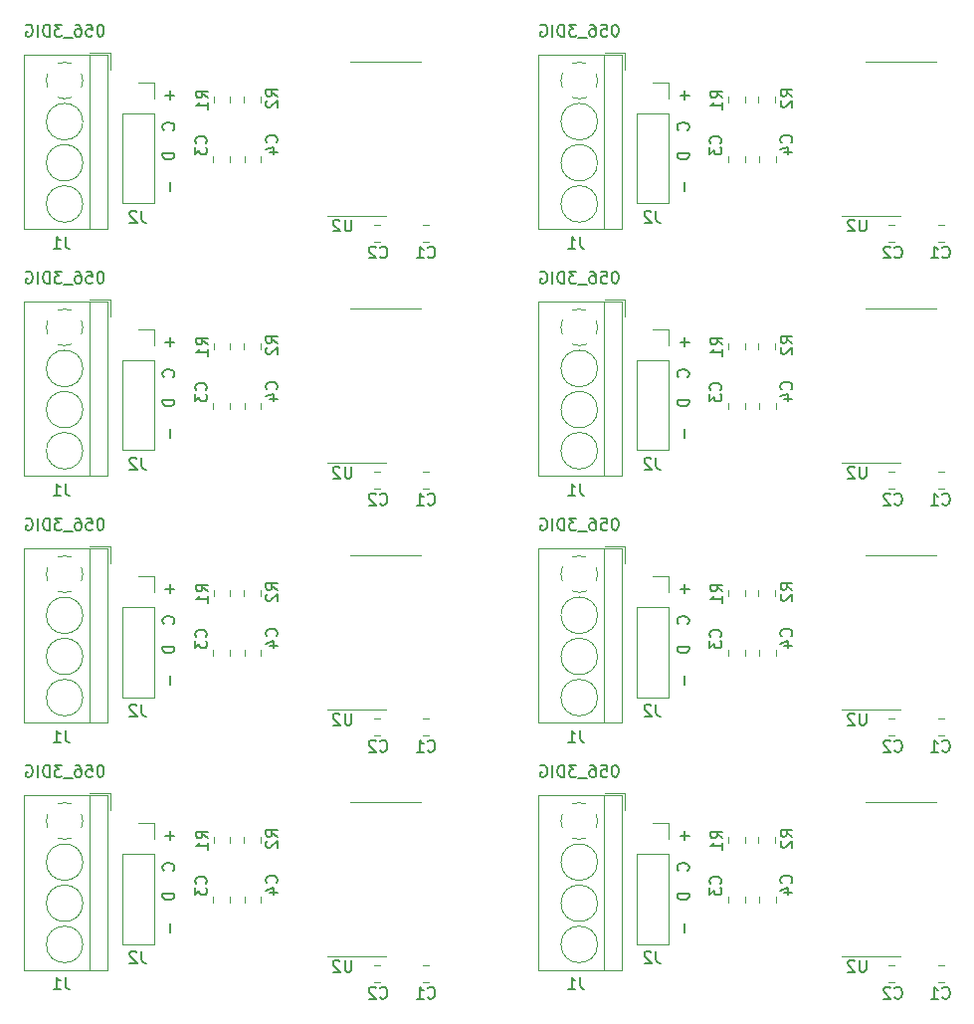
<source format=gbr>
G04 #@! TF.GenerationSoftware,KiCad,Pcbnew,5.1.5+dfsg1-2build2*
G04 #@! TF.CreationDate,2021-11-16T17:04:45-05:00*
G04 #@! TF.ProjectId,,58585858-5858-4585-9858-585858585858,rev?*
G04 #@! TF.SameCoordinates,Original*
G04 #@! TF.FileFunction,Legend,Bot*
G04 #@! TF.FilePolarity,Positive*
%FSLAX46Y46*%
G04 Gerber Fmt 4.6, Leading zero omitted, Abs format (unit mm)*
G04 Created by KiCad (PCBNEW 5.1.5+dfsg1-2build2) date 2021-11-16 17:04:45*
%MOMM*%
%LPD*%
G04 APERTURE LIST*
%ADD10C,0.150000*%
%ADD11C,0.120000*%
G04 APERTURE END LIST*
D10*
X150754628Y-114962585D02*
X150754628Y-115724490D01*
X151135580Y-115343538D02*
X150373676Y-115343538D01*
X151040342Y-118295919D02*
X151087961Y-118248300D01*
X151135580Y-118105442D01*
X151135580Y-118010204D01*
X151087961Y-117867347D01*
X150992723Y-117772109D01*
X150897485Y-117724490D01*
X150707009Y-117676871D01*
X150564152Y-117676871D01*
X150373676Y-117724490D01*
X150278438Y-117772109D01*
X150183200Y-117867347D01*
X150135580Y-118010204D01*
X150135580Y-118105442D01*
X150183200Y-118248300D01*
X150230819Y-118295919D01*
X151135580Y-120248300D02*
X150135580Y-120248300D01*
X150135580Y-120486395D01*
X150183200Y-120629252D01*
X150278438Y-120724490D01*
X150373676Y-120772109D01*
X150564152Y-120819728D01*
X150707009Y-120819728D01*
X150897485Y-120772109D01*
X150992723Y-120724490D01*
X151087961Y-120629252D01*
X151135580Y-120486395D01*
X151135580Y-120248300D01*
X150754628Y-122772109D02*
X150754628Y-123534014D01*
X106954628Y-114962585D02*
X106954628Y-115724490D01*
X107335580Y-115343538D02*
X106573676Y-115343538D01*
X107240342Y-118295919D02*
X107287961Y-118248300D01*
X107335580Y-118105442D01*
X107335580Y-118010204D01*
X107287961Y-117867347D01*
X107192723Y-117772109D01*
X107097485Y-117724490D01*
X106907009Y-117676871D01*
X106764152Y-117676871D01*
X106573676Y-117724490D01*
X106478438Y-117772109D01*
X106383200Y-117867347D01*
X106335580Y-118010204D01*
X106335580Y-118105442D01*
X106383200Y-118248300D01*
X106430819Y-118295919D01*
X107335580Y-120248300D02*
X106335580Y-120248300D01*
X106335580Y-120486395D01*
X106383200Y-120629252D01*
X106478438Y-120724490D01*
X106573676Y-120772109D01*
X106764152Y-120819728D01*
X106907009Y-120819728D01*
X107097485Y-120772109D01*
X107192723Y-120724490D01*
X107287961Y-120629252D01*
X107335580Y-120486395D01*
X107335580Y-120248300D01*
X106954628Y-122772109D02*
X106954628Y-123534014D01*
X150754628Y-93962585D02*
X150754628Y-94724490D01*
X151135580Y-94343538D02*
X150373676Y-94343538D01*
X151040342Y-97295919D02*
X151087961Y-97248300D01*
X151135580Y-97105442D01*
X151135580Y-97010204D01*
X151087961Y-96867347D01*
X150992723Y-96772109D01*
X150897485Y-96724490D01*
X150707009Y-96676871D01*
X150564152Y-96676871D01*
X150373676Y-96724490D01*
X150278438Y-96772109D01*
X150183200Y-96867347D01*
X150135580Y-97010204D01*
X150135580Y-97105442D01*
X150183200Y-97248300D01*
X150230819Y-97295919D01*
X151135580Y-99248300D02*
X150135580Y-99248300D01*
X150135580Y-99486395D01*
X150183200Y-99629252D01*
X150278438Y-99724490D01*
X150373676Y-99772109D01*
X150564152Y-99819728D01*
X150707009Y-99819728D01*
X150897485Y-99772109D01*
X150992723Y-99724490D01*
X151087961Y-99629252D01*
X151135580Y-99486395D01*
X151135580Y-99248300D01*
X150754628Y-101772109D02*
X150754628Y-102534014D01*
X106954628Y-93962585D02*
X106954628Y-94724490D01*
X107335580Y-94343538D02*
X106573676Y-94343538D01*
X107240342Y-97295919D02*
X107287961Y-97248300D01*
X107335580Y-97105442D01*
X107335580Y-97010204D01*
X107287961Y-96867347D01*
X107192723Y-96772109D01*
X107097485Y-96724490D01*
X106907009Y-96676871D01*
X106764152Y-96676871D01*
X106573676Y-96724490D01*
X106478438Y-96772109D01*
X106383200Y-96867347D01*
X106335580Y-97010204D01*
X106335580Y-97105442D01*
X106383200Y-97248300D01*
X106430819Y-97295919D01*
X107335580Y-99248300D02*
X106335580Y-99248300D01*
X106335580Y-99486395D01*
X106383200Y-99629252D01*
X106478438Y-99724490D01*
X106573676Y-99772109D01*
X106764152Y-99819728D01*
X106907009Y-99819728D01*
X107097485Y-99772109D01*
X107192723Y-99724490D01*
X107287961Y-99629252D01*
X107335580Y-99486395D01*
X107335580Y-99248300D01*
X106954628Y-101772109D02*
X106954628Y-102534014D01*
X150754628Y-72962585D02*
X150754628Y-73724490D01*
X151135580Y-73343538D02*
X150373676Y-73343538D01*
X151040342Y-76295919D02*
X151087961Y-76248300D01*
X151135580Y-76105442D01*
X151135580Y-76010204D01*
X151087961Y-75867347D01*
X150992723Y-75772109D01*
X150897485Y-75724490D01*
X150707009Y-75676871D01*
X150564152Y-75676871D01*
X150373676Y-75724490D01*
X150278438Y-75772109D01*
X150183200Y-75867347D01*
X150135580Y-76010204D01*
X150135580Y-76105442D01*
X150183200Y-76248300D01*
X150230819Y-76295919D01*
X151135580Y-78248300D02*
X150135580Y-78248300D01*
X150135580Y-78486395D01*
X150183200Y-78629252D01*
X150278438Y-78724490D01*
X150373676Y-78772109D01*
X150564152Y-78819728D01*
X150707009Y-78819728D01*
X150897485Y-78772109D01*
X150992723Y-78724490D01*
X151087961Y-78629252D01*
X151135580Y-78486395D01*
X151135580Y-78248300D01*
X150754628Y-80772109D02*
X150754628Y-81534014D01*
X106954628Y-72962585D02*
X106954628Y-73724490D01*
X107335580Y-73343538D02*
X106573676Y-73343538D01*
X107240342Y-76295919D02*
X107287961Y-76248300D01*
X107335580Y-76105442D01*
X107335580Y-76010204D01*
X107287961Y-75867347D01*
X107192723Y-75772109D01*
X107097485Y-75724490D01*
X106907009Y-75676871D01*
X106764152Y-75676871D01*
X106573676Y-75724490D01*
X106478438Y-75772109D01*
X106383200Y-75867347D01*
X106335580Y-76010204D01*
X106335580Y-76105442D01*
X106383200Y-76248300D01*
X106430819Y-76295919D01*
X107335580Y-78248300D02*
X106335580Y-78248300D01*
X106335580Y-78486395D01*
X106383200Y-78629252D01*
X106478438Y-78724490D01*
X106573676Y-78772109D01*
X106764152Y-78819728D01*
X106907009Y-78819728D01*
X107097485Y-78772109D01*
X107192723Y-78724490D01*
X107287961Y-78629252D01*
X107335580Y-78486395D01*
X107335580Y-78248300D01*
X106954628Y-80772109D02*
X106954628Y-81534014D01*
X150754628Y-51962585D02*
X150754628Y-52724490D01*
X151135580Y-52343538D02*
X150373676Y-52343538D01*
X151040342Y-55295919D02*
X151087961Y-55248300D01*
X151135580Y-55105442D01*
X151135580Y-55010204D01*
X151087961Y-54867347D01*
X150992723Y-54772109D01*
X150897485Y-54724490D01*
X150707009Y-54676871D01*
X150564152Y-54676871D01*
X150373676Y-54724490D01*
X150278438Y-54772109D01*
X150183200Y-54867347D01*
X150135580Y-55010204D01*
X150135580Y-55105442D01*
X150183200Y-55248300D01*
X150230819Y-55295919D01*
X151135580Y-57248300D02*
X150135580Y-57248300D01*
X150135580Y-57486395D01*
X150183200Y-57629252D01*
X150278438Y-57724490D01*
X150373676Y-57772109D01*
X150564152Y-57819728D01*
X150707009Y-57819728D01*
X150897485Y-57772109D01*
X150992723Y-57724490D01*
X151087961Y-57629252D01*
X151135580Y-57486395D01*
X151135580Y-57248300D01*
X150754628Y-59772109D02*
X150754628Y-60534014D01*
X144888438Y-109340780D02*
X144793200Y-109340780D01*
X144697961Y-109388400D01*
X144650342Y-109436019D01*
X144602723Y-109531257D01*
X144555104Y-109721733D01*
X144555104Y-109959828D01*
X144602723Y-110150304D01*
X144650342Y-110245542D01*
X144697961Y-110293161D01*
X144793200Y-110340780D01*
X144888438Y-110340780D01*
X144983676Y-110293161D01*
X145031295Y-110245542D01*
X145078914Y-110150304D01*
X145126533Y-109959828D01*
X145126533Y-109721733D01*
X145078914Y-109531257D01*
X145031295Y-109436019D01*
X144983676Y-109388400D01*
X144888438Y-109340780D01*
X143650342Y-109340780D02*
X144126533Y-109340780D01*
X144174152Y-109816971D01*
X144126533Y-109769352D01*
X144031295Y-109721733D01*
X143793200Y-109721733D01*
X143697961Y-109769352D01*
X143650342Y-109816971D01*
X143602723Y-109912209D01*
X143602723Y-110150304D01*
X143650342Y-110245542D01*
X143697961Y-110293161D01*
X143793200Y-110340780D01*
X144031295Y-110340780D01*
X144126533Y-110293161D01*
X144174152Y-110245542D01*
X142745580Y-109340780D02*
X142936057Y-109340780D01*
X143031295Y-109388400D01*
X143078914Y-109436019D01*
X143174152Y-109578876D01*
X143221771Y-109769352D01*
X143221771Y-110150304D01*
X143174152Y-110245542D01*
X143126533Y-110293161D01*
X143031295Y-110340780D01*
X142840819Y-110340780D01*
X142745580Y-110293161D01*
X142697961Y-110245542D01*
X142650342Y-110150304D01*
X142650342Y-109912209D01*
X142697961Y-109816971D01*
X142745580Y-109769352D01*
X142840819Y-109721733D01*
X143031295Y-109721733D01*
X143126533Y-109769352D01*
X143174152Y-109816971D01*
X143221771Y-109912209D01*
X142459866Y-110436019D02*
X141697961Y-110436019D01*
X141555104Y-109340780D02*
X140936057Y-109340780D01*
X141269390Y-109721733D01*
X141126533Y-109721733D01*
X141031295Y-109769352D01*
X140983676Y-109816971D01*
X140936057Y-109912209D01*
X140936057Y-110150304D01*
X140983676Y-110245542D01*
X141031295Y-110293161D01*
X141126533Y-110340780D01*
X141412247Y-110340780D01*
X141507485Y-110293161D01*
X141555104Y-110245542D01*
X140507485Y-110340780D02*
X140507485Y-109340780D01*
X140269390Y-109340780D01*
X140126533Y-109388400D01*
X140031295Y-109483638D01*
X139983676Y-109578876D01*
X139936057Y-109769352D01*
X139936057Y-109912209D01*
X139983676Y-110102685D01*
X140031295Y-110197923D01*
X140126533Y-110293161D01*
X140269390Y-110340780D01*
X140507485Y-110340780D01*
X139507485Y-110340780D02*
X139507485Y-109340780D01*
X138507485Y-109388400D02*
X138602723Y-109340780D01*
X138745580Y-109340780D01*
X138888438Y-109388400D01*
X138983676Y-109483638D01*
X139031295Y-109578876D01*
X139078914Y-109769352D01*
X139078914Y-109912209D01*
X139031295Y-110102685D01*
X138983676Y-110197923D01*
X138888438Y-110293161D01*
X138745580Y-110340780D01*
X138650342Y-110340780D01*
X138507485Y-110293161D01*
X138459866Y-110245542D01*
X138459866Y-109912209D01*
X138650342Y-109912209D01*
X101088438Y-109340780D02*
X100993200Y-109340780D01*
X100897961Y-109388400D01*
X100850342Y-109436019D01*
X100802723Y-109531257D01*
X100755104Y-109721733D01*
X100755104Y-109959828D01*
X100802723Y-110150304D01*
X100850342Y-110245542D01*
X100897961Y-110293161D01*
X100993200Y-110340780D01*
X101088438Y-110340780D01*
X101183676Y-110293161D01*
X101231295Y-110245542D01*
X101278914Y-110150304D01*
X101326533Y-109959828D01*
X101326533Y-109721733D01*
X101278914Y-109531257D01*
X101231295Y-109436019D01*
X101183676Y-109388400D01*
X101088438Y-109340780D01*
X99850342Y-109340780D02*
X100326533Y-109340780D01*
X100374152Y-109816971D01*
X100326533Y-109769352D01*
X100231295Y-109721733D01*
X99993200Y-109721733D01*
X99897961Y-109769352D01*
X99850342Y-109816971D01*
X99802723Y-109912209D01*
X99802723Y-110150304D01*
X99850342Y-110245542D01*
X99897961Y-110293161D01*
X99993200Y-110340780D01*
X100231295Y-110340780D01*
X100326533Y-110293161D01*
X100374152Y-110245542D01*
X98945580Y-109340780D02*
X99136057Y-109340780D01*
X99231295Y-109388400D01*
X99278914Y-109436019D01*
X99374152Y-109578876D01*
X99421771Y-109769352D01*
X99421771Y-110150304D01*
X99374152Y-110245542D01*
X99326533Y-110293161D01*
X99231295Y-110340780D01*
X99040819Y-110340780D01*
X98945580Y-110293161D01*
X98897961Y-110245542D01*
X98850342Y-110150304D01*
X98850342Y-109912209D01*
X98897961Y-109816971D01*
X98945580Y-109769352D01*
X99040819Y-109721733D01*
X99231295Y-109721733D01*
X99326533Y-109769352D01*
X99374152Y-109816971D01*
X99421771Y-109912209D01*
X98659866Y-110436019D02*
X97897961Y-110436019D01*
X97755104Y-109340780D02*
X97136057Y-109340780D01*
X97469390Y-109721733D01*
X97326533Y-109721733D01*
X97231295Y-109769352D01*
X97183676Y-109816971D01*
X97136057Y-109912209D01*
X97136057Y-110150304D01*
X97183676Y-110245542D01*
X97231295Y-110293161D01*
X97326533Y-110340780D01*
X97612247Y-110340780D01*
X97707485Y-110293161D01*
X97755104Y-110245542D01*
X96707485Y-110340780D02*
X96707485Y-109340780D01*
X96469390Y-109340780D01*
X96326533Y-109388400D01*
X96231295Y-109483638D01*
X96183676Y-109578876D01*
X96136057Y-109769352D01*
X96136057Y-109912209D01*
X96183676Y-110102685D01*
X96231295Y-110197923D01*
X96326533Y-110293161D01*
X96469390Y-110340780D01*
X96707485Y-110340780D01*
X95707485Y-110340780D02*
X95707485Y-109340780D01*
X94707485Y-109388400D02*
X94802723Y-109340780D01*
X94945580Y-109340780D01*
X95088438Y-109388400D01*
X95183676Y-109483638D01*
X95231295Y-109578876D01*
X95278914Y-109769352D01*
X95278914Y-109912209D01*
X95231295Y-110102685D01*
X95183676Y-110197923D01*
X95088438Y-110293161D01*
X94945580Y-110340780D01*
X94850342Y-110340780D01*
X94707485Y-110293161D01*
X94659866Y-110245542D01*
X94659866Y-109912209D01*
X94850342Y-109912209D01*
X144888438Y-88340780D02*
X144793200Y-88340780D01*
X144697961Y-88388400D01*
X144650342Y-88436019D01*
X144602723Y-88531257D01*
X144555104Y-88721733D01*
X144555104Y-88959828D01*
X144602723Y-89150304D01*
X144650342Y-89245542D01*
X144697961Y-89293161D01*
X144793200Y-89340780D01*
X144888438Y-89340780D01*
X144983676Y-89293161D01*
X145031295Y-89245542D01*
X145078914Y-89150304D01*
X145126533Y-88959828D01*
X145126533Y-88721733D01*
X145078914Y-88531257D01*
X145031295Y-88436019D01*
X144983676Y-88388400D01*
X144888438Y-88340780D01*
X143650342Y-88340780D02*
X144126533Y-88340780D01*
X144174152Y-88816971D01*
X144126533Y-88769352D01*
X144031295Y-88721733D01*
X143793200Y-88721733D01*
X143697961Y-88769352D01*
X143650342Y-88816971D01*
X143602723Y-88912209D01*
X143602723Y-89150304D01*
X143650342Y-89245542D01*
X143697961Y-89293161D01*
X143793200Y-89340780D01*
X144031295Y-89340780D01*
X144126533Y-89293161D01*
X144174152Y-89245542D01*
X142745580Y-88340780D02*
X142936057Y-88340780D01*
X143031295Y-88388400D01*
X143078914Y-88436019D01*
X143174152Y-88578876D01*
X143221771Y-88769352D01*
X143221771Y-89150304D01*
X143174152Y-89245542D01*
X143126533Y-89293161D01*
X143031295Y-89340780D01*
X142840819Y-89340780D01*
X142745580Y-89293161D01*
X142697961Y-89245542D01*
X142650342Y-89150304D01*
X142650342Y-88912209D01*
X142697961Y-88816971D01*
X142745580Y-88769352D01*
X142840819Y-88721733D01*
X143031295Y-88721733D01*
X143126533Y-88769352D01*
X143174152Y-88816971D01*
X143221771Y-88912209D01*
X142459866Y-89436019D02*
X141697961Y-89436019D01*
X141555104Y-88340780D02*
X140936057Y-88340780D01*
X141269390Y-88721733D01*
X141126533Y-88721733D01*
X141031295Y-88769352D01*
X140983676Y-88816971D01*
X140936057Y-88912209D01*
X140936057Y-89150304D01*
X140983676Y-89245542D01*
X141031295Y-89293161D01*
X141126533Y-89340780D01*
X141412247Y-89340780D01*
X141507485Y-89293161D01*
X141555104Y-89245542D01*
X140507485Y-89340780D02*
X140507485Y-88340780D01*
X140269390Y-88340780D01*
X140126533Y-88388400D01*
X140031295Y-88483638D01*
X139983676Y-88578876D01*
X139936057Y-88769352D01*
X139936057Y-88912209D01*
X139983676Y-89102685D01*
X140031295Y-89197923D01*
X140126533Y-89293161D01*
X140269390Y-89340780D01*
X140507485Y-89340780D01*
X139507485Y-89340780D02*
X139507485Y-88340780D01*
X138507485Y-88388400D02*
X138602723Y-88340780D01*
X138745580Y-88340780D01*
X138888438Y-88388400D01*
X138983676Y-88483638D01*
X139031295Y-88578876D01*
X139078914Y-88769352D01*
X139078914Y-88912209D01*
X139031295Y-89102685D01*
X138983676Y-89197923D01*
X138888438Y-89293161D01*
X138745580Y-89340780D01*
X138650342Y-89340780D01*
X138507485Y-89293161D01*
X138459866Y-89245542D01*
X138459866Y-88912209D01*
X138650342Y-88912209D01*
X101088438Y-88340780D02*
X100993200Y-88340780D01*
X100897961Y-88388400D01*
X100850342Y-88436019D01*
X100802723Y-88531257D01*
X100755104Y-88721733D01*
X100755104Y-88959828D01*
X100802723Y-89150304D01*
X100850342Y-89245542D01*
X100897961Y-89293161D01*
X100993200Y-89340780D01*
X101088438Y-89340780D01*
X101183676Y-89293161D01*
X101231295Y-89245542D01*
X101278914Y-89150304D01*
X101326533Y-88959828D01*
X101326533Y-88721733D01*
X101278914Y-88531257D01*
X101231295Y-88436019D01*
X101183676Y-88388400D01*
X101088438Y-88340780D01*
X99850342Y-88340780D02*
X100326533Y-88340780D01*
X100374152Y-88816971D01*
X100326533Y-88769352D01*
X100231295Y-88721733D01*
X99993200Y-88721733D01*
X99897961Y-88769352D01*
X99850342Y-88816971D01*
X99802723Y-88912209D01*
X99802723Y-89150304D01*
X99850342Y-89245542D01*
X99897961Y-89293161D01*
X99993200Y-89340780D01*
X100231295Y-89340780D01*
X100326533Y-89293161D01*
X100374152Y-89245542D01*
X98945580Y-88340780D02*
X99136057Y-88340780D01*
X99231295Y-88388400D01*
X99278914Y-88436019D01*
X99374152Y-88578876D01*
X99421771Y-88769352D01*
X99421771Y-89150304D01*
X99374152Y-89245542D01*
X99326533Y-89293161D01*
X99231295Y-89340780D01*
X99040819Y-89340780D01*
X98945580Y-89293161D01*
X98897961Y-89245542D01*
X98850342Y-89150304D01*
X98850342Y-88912209D01*
X98897961Y-88816971D01*
X98945580Y-88769352D01*
X99040819Y-88721733D01*
X99231295Y-88721733D01*
X99326533Y-88769352D01*
X99374152Y-88816971D01*
X99421771Y-88912209D01*
X98659866Y-89436019D02*
X97897961Y-89436019D01*
X97755104Y-88340780D02*
X97136057Y-88340780D01*
X97469390Y-88721733D01*
X97326533Y-88721733D01*
X97231295Y-88769352D01*
X97183676Y-88816971D01*
X97136057Y-88912209D01*
X97136057Y-89150304D01*
X97183676Y-89245542D01*
X97231295Y-89293161D01*
X97326533Y-89340780D01*
X97612247Y-89340780D01*
X97707485Y-89293161D01*
X97755104Y-89245542D01*
X96707485Y-89340780D02*
X96707485Y-88340780D01*
X96469390Y-88340780D01*
X96326533Y-88388400D01*
X96231295Y-88483638D01*
X96183676Y-88578876D01*
X96136057Y-88769352D01*
X96136057Y-88912209D01*
X96183676Y-89102685D01*
X96231295Y-89197923D01*
X96326533Y-89293161D01*
X96469390Y-89340780D01*
X96707485Y-89340780D01*
X95707485Y-89340780D02*
X95707485Y-88340780D01*
X94707485Y-88388400D02*
X94802723Y-88340780D01*
X94945580Y-88340780D01*
X95088438Y-88388400D01*
X95183676Y-88483638D01*
X95231295Y-88578876D01*
X95278914Y-88769352D01*
X95278914Y-88912209D01*
X95231295Y-89102685D01*
X95183676Y-89197923D01*
X95088438Y-89293161D01*
X94945580Y-89340780D01*
X94850342Y-89340780D01*
X94707485Y-89293161D01*
X94659866Y-89245542D01*
X94659866Y-88912209D01*
X94850342Y-88912209D01*
X144888438Y-67340780D02*
X144793200Y-67340780D01*
X144697961Y-67388400D01*
X144650342Y-67436019D01*
X144602723Y-67531257D01*
X144555104Y-67721733D01*
X144555104Y-67959828D01*
X144602723Y-68150304D01*
X144650342Y-68245542D01*
X144697961Y-68293161D01*
X144793200Y-68340780D01*
X144888438Y-68340780D01*
X144983676Y-68293161D01*
X145031295Y-68245542D01*
X145078914Y-68150304D01*
X145126533Y-67959828D01*
X145126533Y-67721733D01*
X145078914Y-67531257D01*
X145031295Y-67436019D01*
X144983676Y-67388400D01*
X144888438Y-67340780D01*
X143650342Y-67340780D02*
X144126533Y-67340780D01*
X144174152Y-67816971D01*
X144126533Y-67769352D01*
X144031295Y-67721733D01*
X143793200Y-67721733D01*
X143697961Y-67769352D01*
X143650342Y-67816971D01*
X143602723Y-67912209D01*
X143602723Y-68150304D01*
X143650342Y-68245542D01*
X143697961Y-68293161D01*
X143793200Y-68340780D01*
X144031295Y-68340780D01*
X144126533Y-68293161D01*
X144174152Y-68245542D01*
X142745580Y-67340780D02*
X142936057Y-67340780D01*
X143031295Y-67388400D01*
X143078914Y-67436019D01*
X143174152Y-67578876D01*
X143221771Y-67769352D01*
X143221771Y-68150304D01*
X143174152Y-68245542D01*
X143126533Y-68293161D01*
X143031295Y-68340780D01*
X142840819Y-68340780D01*
X142745580Y-68293161D01*
X142697961Y-68245542D01*
X142650342Y-68150304D01*
X142650342Y-67912209D01*
X142697961Y-67816971D01*
X142745580Y-67769352D01*
X142840819Y-67721733D01*
X143031295Y-67721733D01*
X143126533Y-67769352D01*
X143174152Y-67816971D01*
X143221771Y-67912209D01*
X142459866Y-68436019D02*
X141697961Y-68436019D01*
X141555104Y-67340780D02*
X140936057Y-67340780D01*
X141269390Y-67721733D01*
X141126533Y-67721733D01*
X141031295Y-67769352D01*
X140983676Y-67816971D01*
X140936057Y-67912209D01*
X140936057Y-68150304D01*
X140983676Y-68245542D01*
X141031295Y-68293161D01*
X141126533Y-68340780D01*
X141412247Y-68340780D01*
X141507485Y-68293161D01*
X141555104Y-68245542D01*
X140507485Y-68340780D02*
X140507485Y-67340780D01*
X140269390Y-67340780D01*
X140126533Y-67388400D01*
X140031295Y-67483638D01*
X139983676Y-67578876D01*
X139936057Y-67769352D01*
X139936057Y-67912209D01*
X139983676Y-68102685D01*
X140031295Y-68197923D01*
X140126533Y-68293161D01*
X140269390Y-68340780D01*
X140507485Y-68340780D01*
X139507485Y-68340780D02*
X139507485Y-67340780D01*
X138507485Y-67388400D02*
X138602723Y-67340780D01*
X138745580Y-67340780D01*
X138888438Y-67388400D01*
X138983676Y-67483638D01*
X139031295Y-67578876D01*
X139078914Y-67769352D01*
X139078914Y-67912209D01*
X139031295Y-68102685D01*
X138983676Y-68197923D01*
X138888438Y-68293161D01*
X138745580Y-68340780D01*
X138650342Y-68340780D01*
X138507485Y-68293161D01*
X138459866Y-68245542D01*
X138459866Y-67912209D01*
X138650342Y-67912209D01*
X101088438Y-67340780D02*
X100993200Y-67340780D01*
X100897961Y-67388400D01*
X100850342Y-67436019D01*
X100802723Y-67531257D01*
X100755104Y-67721733D01*
X100755104Y-67959828D01*
X100802723Y-68150304D01*
X100850342Y-68245542D01*
X100897961Y-68293161D01*
X100993200Y-68340780D01*
X101088438Y-68340780D01*
X101183676Y-68293161D01*
X101231295Y-68245542D01*
X101278914Y-68150304D01*
X101326533Y-67959828D01*
X101326533Y-67721733D01*
X101278914Y-67531257D01*
X101231295Y-67436019D01*
X101183676Y-67388400D01*
X101088438Y-67340780D01*
X99850342Y-67340780D02*
X100326533Y-67340780D01*
X100374152Y-67816971D01*
X100326533Y-67769352D01*
X100231295Y-67721733D01*
X99993200Y-67721733D01*
X99897961Y-67769352D01*
X99850342Y-67816971D01*
X99802723Y-67912209D01*
X99802723Y-68150304D01*
X99850342Y-68245542D01*
X99897961Y-68293161D01*
X99993200Y-68340780D01*
X100231295Y-68340780D01*
X100326533Y-68293161D01*
X100374152Y-68245542D01*
X98945580Y-67340780D02*
X99136057Y-67340780D01*
X99231295Y-67388400D01*
X99278914Y-67436019D01*
X99374152Y-67578876D01*
X99421771Y-67769352D01*
X99421771Y-68150304D01*
X99374152Y-68245542D01*
X99326533Y-68293161D01*
X99231295Y-68340780D01*
X99040819Y-68340780D01*
X98945580Y-68293161D01*
X98897961Y-68245542D01*
X98850342Y-68150304D01*
X98850342Y-67912209D01*
X98897961Y-67816971D01*
X98945580Y-67769352D01*
X99040819Y-67721733D01*
X99231295Y-67721733D01*
X99326533Y-67769352D01*
X99374152Y-67816971D01*
X99421771Y-67912209D01*
X98659866Y-68436019D02*
X97897961Y-68436019D01*
X97755104Y-67340780D02*
X97136057Y-67340780D01*
X97469390Y-67721733D01*
X97326533Y-67721733D01*
X97231295Y-67769352D01*
X97183676Y-67816971D01*
X97136057Y-67912209D01*
X97136057Y-68150304D01*
X97183676Y-68245542D01*
X97231295Y-68293161D01*
X97326533Y-68340780D01*
X97612247Y-68340780D01*
X97707485Y-68293161D01*
X97755104Y-68245542D01*
X96707485Y-68340780D02*
X96707485Y-67340780D01*
X96469390Y-67340780D01*
X96326533Y-67388400D01*
X96231295Y-67483638D01*
X96183676Y-67578876D01*
X96136057Y-67769352D01*
X96136057Y-67912209D01*
X96183676Y-68102685D01*
X96231295Y-68197923D01*
X96326533Y-68293161D01*
X96469390Y-68340780D01*
X96707485Y-68340780D01*
X95707485Y-68340780D02*
X95707485Y-67340780D01*
X94707485Y-67388400D02*
X94802723Y-67340780D01*
X94945580Y-67340780D01*
X95088438Y-67388400D01*
X95183676Y-67483638D01*
X95231295Y-67578876D01*
X95278914Y-67769352D01*
X95278914Y-67912209D01*
X95231295Y-68102685D01*
X95183676Y-68197923D01*
X95088438Y-68293161D01*
X94945580Y-68340780D01*
X94850342Y-68340780D01*
X94707485Y-68293161D01*
X94659866Y-68245542D01*
X94659866Y-67912209D01*
X94850342Y-67912209D01*
X144888438Y-46340780D02*
X144793200Y-46340780D01*
X144697961Y-46388400D01*
X144650342Y-46436019D01*
X144602723Y-46531257D01*
X144555104Y-46721733D01*
X144555104Y-46959828D01*
X144602723Y-47150304D01*
X144650342Y-47245542D01*
X144697961Y-47293161D01*
X144793200Y-47340780D01*
X144888438Y-47340780D01*
X144983676Y-47293161D01*
X145031295Y-47245542D01*
X145078914Y-47150304D01*
X145126533Y-46959828D01*
X145126533Y-46721733D01*
X145078914Y-46531257D01*
X145031295Y-46436019D01*
X144983676Y-46388400D01*
X144888438Y-46340780D01*
X143650342Y-46340780D02*
X144126533Y-46340780D01*
X144174152Y-46816971D01*
X144126533Y-46769352D01*
X144031295Y-46721733D01*
X143793200Y-46721733D01*
X143697961Y-46769352D01*
X143650342Y-46816971D01*
X143602723Y-46912209D01*
X143602723Y-47150304D01*
X143650342Y-47245542D01*
X143697961Y-47293161D01*
X143793200Y-47340780D01*
X144031295Y-47340780D01*
X144126533Y-47293161D01*
X144174152Y-47245542D01*
X142745580Y-46340780D02*
X142936057Y-46340780D01*
X143031295Y-46388400D01*
X143078914Y-46436019D01*
X143174152Y-46578876D01*
X143221771Y-46769352D01*
X143221771Y-47150304D01*
X143174152Y-47245542D01*
X143126533Y-47293161D01*
X143031295Y-47340780D01*
X142840819Y-47340780D01*
X142745580Y-47293161D01*
X142697961Y-47245542D01*
X142650342Y-47150304D01*
X142650342Y-46912209D01*
X142697961Y-46816971D01*
X142745580Y-46769352D01*
X142840819Y-46721733D01*
X143031295Y-46721733D01*
X143126533Y-46769352D01*
X143174152Y-46816971D01*
X143221771Y-46912209D01*
X142459866Y-47436019D02*
X141697961Y-47436019D01*
X141555104Y-46340780D02*
X140936057Y-46340780D01*
X141269390Y-46721733D01*
X141126533Y-46721733D01*
X141031295Y-46769352D01*
X140983676Y-46816971D01*
X140936057Y-46912209D01*
X140936057Y-47150304D01*
X140983676Y-47245542D01*
X141031295Y-47293161D01*
X141126533Y-47340780D01*
X141412247Y-47340780D01*
X141507485Y-47293161D01*
X141555104Y-47245542D01*
X140507485Y-47340780D02*
X140507485Y-46340780D01*
X140269390Y-46340780D01*
X140126533Y-46388400D01*
X140031295Y-46483638D01*
X139983676Y-46578876D01*
X139936057Y-46769352D01*
X139936057Y-46912209D01*
X139983676Y-47102685D01*
X140031295Y-47197923D01*
X140126533Y-47293161D01*
X140269390Y-47340780D01*
X140507485Y-47340780D01*
X139507485Y-47340780D02*
X139507485Y-46340780D01*
X138507485Y-46388400D02*
X138602723Y-46340780D01*
X138745580Y-46340780D01*
X138888438Y-46388400D01*
X138983676Y-46483638D01*
X139031295Y-46578876D01*
X139078914Y-46769352D01*
X139078914Y-46912209D01*
X139031295Y-47102685D01*
X138983676Y-47197923D01*
X138888438Y-47293161D01*
X138745580Y-47340780D01*
X138650342Y-47340780D01*
X138507485Y-47293161D01*
X138459866Y-47245542D01*
X138459866Y-46912209D01*
X138650342Y-46912209D01*
X101088438Y-46340780D02*
X100993200Y-46340780D01*
X100897961Y-46388400D01*
X100850342Y-46436019D01*
X100802723Y-46531257D01*
X100755104Y-46721733D01*
X100755104Y-46959828D01*
X100802723Y-47150304D01*
X100850342Y-47245542D01*
X100897961Y-47293161D01*
X100993200Y-47340780D01*
X101088438Y-47340780D01*
X101183676Y-47293161D01*
X101231295Y-47245542D01*
X101278914Y-47150304D01*
X101326533Y-46959828D01*
X101326533Y-46721733D01*
X101278914Y-46531257D01*
X101231295Y-46436019D01*
X101183676Y-46388400D01*
X101088438Y-46340780D01*
X99850342Y-46340780D02*
X100326533Y-46340780D01*
X100374152Y-46816971D01*
X100326533Y-46769352D01*
X100231295Y-46721733D01*
X99993200Y-46721733D01*
X99897961Y-46769352D01*
X99850342Y-46816971D01*
X99802723Y-46912209D01*
X99802723Y-47150304D01*
X99850342Y-47245542D01*
X99897961Y-47293161D01*
X99993200Y-47340780D01*
X100231295Y-47340780D01*
X100326533Y-47293161D01*
X100374152Y-47245542D01*
X98945580Y-46340780D02*
X99136057Y-46340780D01*
X99231295Y-46388400D01*
X99278914Y-46436019D01*
X99374152Y-46578876D01*
X99421771Y-46769352D01*
X99421771Y-47150304D01*
X99374152Y-47245542D01*
X99326533Y-47293161D01*
X99231295Y-47340780D01*
X99040819Y-47340780D01*
X98945580Y-47293161D01*
X98897961Y-47245542D01*
X98850342Y-47150304D01*
X98850342Y-46912209D01*
X98897961Y-46816971D01*
X98945580Y-46769352D01*
X99040819Y-46721733D01*
X99231295Y-46721733D01*
X99326533Y-46769352D01*
X99374152Y-46816971D01*
X99421771Y-46912209D01*
X98659866Y-47436019D02*
X97897961Y-47436019D01*
X97755104Y-46340780D02*
X97136057Y-46340780D01*
X97469390Y-46721733D01*
X97326533Y-46721733D01*
X97231295Y-46769352D01*
X97183676Y-46816971D01*
X97136057Y-46912209D01*
X97136057Y-47150304D01*
X97183676Y-47245542D01*
X97231295Y-47293161D01*
X97326533Y-47340780D01*
X97612247Y-47340780D01*
X97707485Y-47293161D01*
X97755104Y-47245542D01*
X96707485Y-47340780D02*
X96707485Y-46340780D01*
X96469390Y-46340780D01*
X96326533Y-46388400D01*
X96231295Y-46483638D01*
X96183676Y-46578876D01*
X96136057Y-46769352D01*
X96136057Y-46912209D01*
X96183676Y-47102685D01*
X96231295Y-47197923D01*
X96326533Y-47293161D01*
X96469390Y-47340780D01*
X96707485Y-47340780D01*
X95707485Y-47340780D02*
X95707485Y-46340780D01*
X94707485Y-46388400D02*
X94802723Y-46340780D01*
X94945580Y-46340780D01*
X95088438Y-46388400D01*
X95183676Y-46483638D01*
X95231295Y-46578876D01*
X95278914Y-46769352D01*
X95278914Y-46912209D01*
X95231295Y-47102685D01*
X95183676Y-47197923D01*
X95088438Y-47293161D01*
X94945580Y-47340780D01*
X94850342Y-47340780D01*
X94707485Y-47293161D01*
X94659866Y-47245542D01*
X94659866Y-46912209D01*
X94850342Y-46912209D01*
X106954628Y-51962585D02*
X106954628Y-52724490D01*
X107335580Y-52343538D02*
X106573676Y-52343538D01*
X107240342Y-55295919D02*
X107287961Y-55248300D01*
X107335580Y-55105442D01*
X107335580Y-55010204D01*
X107287961Y-54867347D01*
X107192723Y-54772109D01*
X107097485Y-54724490D01*
X106907009Y-54676871D01*
X106764152Y-54676871D01*
X106573676Y-54724490D01*
X106478438Y-54772109D01*
X106383200Y-54867347D01*
X106335580Y-55010204D01*
X106335580Y-55105442D01*
X106383200Y-55248300D01*
X106430819Y-55295919D01*
X107335580Y-57248300D02*
X106335580Y-57248300D01*
X106335580Y-57486395D01*
X106383200Y-57629252D01*
X106478438Y-57724490D01*
X106573676Y-57772109D01*
X106764152Y-57819728D01*
X106907009Y-57819728D01*
X107097485Y-57772109D01*
X107192723Y-57724490D01*
X107287961Y-57629252D01*
X107335580Y-57486395D01*
X107335580Y-57248300D01*
X106954628Y-59772109D02*
X106954628Y-60534014D01*
D11*
X149384300Y-124553400D02*
X146724300Y-124553400D01*
X149384300Y-116873400D02*
X149384300Y-124553400D01*
X146724300Y-116873400D02*
X146724300Y-124553400D01*
X149384300Y-116873400D02*
X146724300Y-116873400D01*
X149384300Y-115603400D02*
X149384300Y-114273400D01*
X149384300Y-114273400D02*
X148054300Y-114273400D01*
X105584300Y-124553400D02*
X102924300Y-124553400D01*
X105584300Y-116873400D02*
X105584300Y-124553400D01*
X102924300Y-116873400D02*
X102924300Y-124553400D01*
X105584300Y-116873400D02*
X102924300Y-116873400D01*
X105584300Y-115603400D02*
X105584300Y-114273400D01*
X105584300Y-114273400D02*
X104254300Y-114273400D01*
X149384300Y-103553400D02*
X146724300Y-103553400D01*
X149384300Y-95873400D02*
X149384300Y-103553400D01*
X146724300Y-95873400D02*
X146724300Y-103553400D01*
X149384300Y-95873400D02*
X146724300Y-95873400D01*
X149384300Y-94603400D02*
X149384300Y-93273400D01*
X149384300Y-93273400D02*
X148054300Y-93273400D01*
X105584300Y-103553400D02*
X102924300Y-103553400D01*
X105584300Y-95873400D02*
X105584300Y-103553400D01*
X102924300Y-95873400D02*
X102924300Y-103553400D01*
X105584300Y-95873400D02*
X102924300Y-95873400D01*
X105584300Y-94603400D02*
X105584300Y-93273400D01*
X105584300Y-93273400D02*
X104254300Y-93273400D01*
X149384300Y-82553400D02*
X146724300Y-82553400D01*
X149384300Y-74873400D02*
X149384300Y-82553400D01*
X146724300Y-74873400D02*
X146724300Y-82553400D01*
X149384300Y-74873400D02*
X146724300Y-74873400D01*
X149384300Y-73603400D02*
X149384300Y-72273400D01*
X149384300Y-72273400D02*
X148054300Y-72273400D01*
X105584300Y-82553400D02*
X102924300Y-82553400D01*
X105584300Y-74873400D02*
X105584300Y-82553400D01*
X102924300Y-74873400D02*
X102924300Y-82553400D01*
X105584300Y-74873400D02*
X102924300Y-74873400D01*
X105584300Y-73603400D02*
X105584300Y-72273400D01*
X105584300Y-72273400D02*
X104254300Y-72273400D01*
X149384300Y-61553400D02*
X146724300Y-61553400D01*
X149384300Y-53873400D02*
X149384300Y-61553400D01*
X146724300Y-53873400D02*
X146724300Y-61553400D01*
X149384300Y-53873400D02*
X146724300Y-53873400D01*
X149384300Y-52603400D02*
X149384300Y-51273400D01*
X149384300Y-51273400D02*
X148054300Y-51273400D01*
X166136300Y-112523500D02*
X172136300Y-112523500D01*
X164136300Y-125583500D02*
X169136300Y-125583500D01*
X122336300Y-112523500D02*
X128336300Y-112523500D01*
X120336300Y-125583500D02*
X125336300Y-125583500D01*
X166136300Y-91523500D02*
X172136300Y-91523500D01*
X164136300Y-104583500D02*
X169136300Y-104583500D01*
X122336300Y-91523500D02*
X128336300Y-91523500D01*
X120336300Y-104583500D02*
X125336300Y-104583500D01*
X166136300Y-70523500D02*
X172136300Y-70523500D01*
X164136300Y-83583500D02*
X169136300Y-83583500D01*
X122336300Y-70523500D02*
X128336300Y-70523500D01*
X120336300Y-83583500D02*
X125336300Y-83583500D01*
X166136300Y-49523500D02*
X172136300Y-49523500D01*
X164136300Y-62583500D02*
X169136300Y-62583500D01*
X143224585Y-114699687D02*
G75*
G03X143348200Y-114092100I-1431385J607587D01*
G01*
X141185458Y-115524209D02*
G75*
G03X142401200Y-115524100I607742J1432109D01*
G01*
X140361091Y-113484358D02*
G75*
G03X140361200Y-114700100I1432109J-607742D01*
G01*
X142400942Y-112659991D02*
G75*
G03X141185200Y-112660100I-607742J-1432109D01*
G01*
X143348692Y-114119111D02*
G75*
G03X143225200Y-113484100I-1555492J27011D01*
G01*
X143348200Y-117592100D02*
G75*
G03X143348200Y-117592100I-1555000J0D01*
G01*
X143348200Y-121092100D02*
G75*
G03X143348200Y-121092100I-1555000J0D01*
G01*
X143348200Y-124592100D02*
G75*
G03X143348200Y-124592100I-1555000J0D01*
G01*
X143893200Y-111932100D02*
X143893200Y-126752100D01*
X138333200Y-111932100D02*
X138333200Y-126752100D01*
X145453200Y-111932100D02*
X145453200Y-126752100D01*
X138333200Y-111932100D02*
X145453200Y-111932100D01*
X138333200Y-126752100D02*
X145453200Y-126752100D01*
X143953200Y-111692100D02*
X145693200Y-111692100D01*
X145693200Y-111692100D02*
X145693200Y-113192100D01*
X99424585Y-114699687D02*
G75*
G03X99548200Y-114092100I-1431385J607587D01*
G01*
X97385458Y-115524209D02*
G75*
G03X98601200Y-115524100I607742J1432109D01*
G01*
X96561091Y-113484358D02*
G75*
G03X96561200Y-114700100I1432109J-607742D01*
G01*
X98600942Y-112659991D02*
G75*
G03X97385200Y-112660100I-607742J-1432109D01*
G01*
X99548692Y-114119111D02*
G75*
G03X99425200Y-113484100I-1555492J27011D01*
G01*
X99548200Y-117592100D02*
G75*
G03X99548200Y-117592100I-1555000J0D01*
G01*
X99548200Y-121092100D02*
G75*
G03X99548200Y-121092100I-1555000J0D01*
G01*
X99548200Y-124592100D02*
G75*
G03X99548200Y-124592100I-1555000J0D01*
G01*
X100093200Y-111932100D02*
X100093200Y-126752100D01*
X94533200Y-111932100D02*
X94533200Y-126752100D01*
X101653200Y-111932100D02*
X101653200Y-126752100D01*
X94533200Y-111932100D02*
X101653200Y-111932100D01*
X94533200Y-126752100D02*
X101653200Y-126752100D01*
X100153200Y-111692100D02*
X101893200Y-111692100D01*
X101893200Y-111692100D02*
X101893200Y-113192100D01*
X143224585Y-93699687D02*
G75*
G03X143348200Y-93092100I-1431385J607587D01*
G01*
X141185458Y-94524209D02*
G75*
G03X142401200Y-94524100I607742J1432109D01*
G01*
X140361091Y-92484358D02*
G75*
G03X140361200Y-93700100I1432109J-607742D01*
G01*
X142400942Y-91659991D02*
G75*
G03X141185200Y-91660100I-607742J-1432109D01*
G01*
X143348692Y-93119111D02*
G75*
G03X143225200Y-92484100I-1555492J27011D01*
G01*
X143348200Y-96592100D02*
G75*
G03X143348200Y-96592100I-1555000J0D01*
G01*
X143348200Y-100092100D02*
G75*
G03X143348200Y-100092100I-1555000J0D01*
G01*
X143348200Y-103592100D02*
G75*
G03X143348200Y-103592100I-1555000J0D01*
G01*
X143893200Y-90932100D02*
X143893200Y-105752100D01*
X138333200Y-90932100D02*
X138333200Y-105752100D01*
X145453200Y-90932100D02*
X145453200Y-105752100D01*
X138333200Y-90932100D02*
X145453200Y-90932100D01*
X138333200Y-105752100D02*
X145453200Y-105752100D01*
X143953200Y-90692100D02*
X145693200Y-90692100D01*
X145693200Y-90692100D02*
X145693200Y-92192100D01*
X99424585Y-93699687D02*
G75*
G03X99548200Y-93092100I-1431385J607587D01*
G01*
X97385458Y-94524209D02*
G75*
G03X98601200Y-94524100I607742J1432109D01*
G01*
X96561091Y-92484358D02*
G75*
G03X96561200Y-93700100I1432109J-607742D01*
G01*
X98600942Y-91659991D02*
G75*
G03X97385200Y-91660100I-607742J-1432109D01*
G01*
X99548692Y-93119111D02*
G75*
G03X99425200Y-92484100I-1555492J27011D01*
G01*
X99548200Y-96592100D02*
G75*
G03X99548200Y-96592100I-1555000J0D01*
G01*
X99548200Y-100092100D02*
G75*
G03X99548200Y-100092100I-1555000J0D01*
G01*
X99548200Y-103592100D02*
G75*
G03X99548200Y-103592100I-1555000J0D01*
G01*
X100093200Y-90932100D02*
X100093200Y-105752100D01*
X94533200Y-90932100D02*
X94533200Y-105752100D01*
X101653200Y-90932100D02*
X101653200Y-105752100D01*
X94533200Y-90932100D02*
X101653200Y-90932100D01*
X94533200Y-105752100D02*
X101653200Y-105752100D01*
X100153200Y-90692100D02*
X101893200Y-90692100D01*
X101893200Y-90692100D02*
X101893200Y-92192100D01*
X143224585Y-72699687D02*
G75*
G03X143348200Y-72092100I-1431385J607587D01*
G01*
X141185458Y-73524209D02*
G75*
G03X142401200Y-73524100I607742J1432109D01*
G01*
X140361091Y-71484358D02*
G75*
G03X140361200Y-72700100I1432109J-607742D01*
G01*
X142400942Y-70659991D02*
G75*
G03X141185200Y-70660100I-607742J-1432109D01*
G01*
X143348692Y-72119111D02*
G75*
G03X143225200Y-71484100I-1555492J27011D01*
G01*
X143348200Y-75592100D02*
G75*
G03X143348200Y-75592100I-1555000J0D01*
G01*
X143348200Y-79092100D02*
G75*
G03X143348200Y-79092100I-1555000J0D01*
G01*
X143348200Y-82592100D02*
G75*
G03X143348200Y-82592100I-1555000J0D01*
G01*
X143893200Y-69932100D02*
X143893200Y-84752100D01*
X138333200Y-69932100D02*
X138333200Y-84752100D01*
X145453200Y-69932100D02*
X145453200Y-84752100D01*
X138333200Y-69932100D02*
X145453200Y-69932100D01*
X138333200Y-84752100D02*
X145453200Y-84752100D01*
X143953200Y-69692100D02*
X145693200Y-69692100D01*
X145693200Y-69692100D02*
X145693200Y-71192100D01*
X99424585Y-72699687D02*
G75*
G03X99548200Y-72092100I-1431385J607587D01*
G01*
X97385458Y-73524209D02*
G75*
G03X98601200Y-73524100I607742J1432109D01*
G01*
X96561091Y-71484358D02*
G75*
G03X96561200Y-72700100I1432109J-607742D01*
G01*
X98600942Y-70659991D02*
G75*
G03X97385200Y-70660100I-607742J-1432109D01*
G01*
X99548692Y-72119111D02*
G75*
G03X99425200Y-71484100I-1555492J27011D01*
G01*
X99548200Y-75592100D02*
G75*
G03X99548200Y-75592100I-1555000J0D01*
G01*
X99548200Y-79092100D02*
G75*
G03X99548200Y-79092100I-1555000J0D01*
G01*
X99548200Y-82592100D02*
G75*
G03X99548200Y-82592100I-1555000J0D01*
G01*
X100093200Y-69932100D02*
X100093200Y-84752100D01*
X94533200Y-69932100D02*
X94533200Y-84752100D01*
X101653200Y-69932100D02*
X101653200Y-84752100D01*
X94533200Y-69932100D02*
X101653200Y-69932100D01*
X94533200Y-84752100D02*
X101653200Y-84752100D01*
X100153200Y-69692100D02*
X101893200Y-69692100D01*
X101893200Y-69692100D02*
X101893200Y-71192100D01*
X143224585Y-51699687D02*
G75*
G03X143348200Y-51092100I-1431385J607587D01*
G01*
X141185458Y-52524209D02*
G75*
G03X142401200Y-52524100I607742J1432109D01*
G01*
X140361091Y-50484358D02*
G75*
G03X140361200Y-51700100I1432109J-607742D01*
G01*
X142400942Y-49659991D02*
G75*
G03X141185200Y-49660100I-607742J-1432109D01*
G01*
X143348692Y-51119111D02*
G75*
G03X143225200Y-50484100I-1555492J27011D01*
G01*
X143348200Y-54592100D02*
G75*
G03X143348200Y-54592100I-1555000J0D01*
G01*
X143348200Y-58092100D02*
G75*
G03X143348200Y-58092100I-1555000J0D01*
G01*
X143348200Y-61592100D02*
G75*
G03X143348200Y-61592100I-1555000J0D01*
G01*
X143893200Y-48932100D02*
X143893200Y-63752100D01*
X138333200Y-48932100D02*
X138333200Y-63752100D01*
X145453200Y-48932100D02*
X145453200Y-63752100D01*
X138333200Y-48932100D02*
X145453200Y-48932100D01*
X138333200Y-63752100D02*
X145453200Y-63752100D01*
X143953200Y-48692100D02*
X145693200Y-48692100D01*
X145693200Y-48692100D02*
X145693200Y-50192100D01*
X154469000Y-115469148D02*
X154469000Y-115991652D01*
X155889000Y-115469148D02*
X155889000Y-115991652D01*
X110669000Y-115469148D02*
X110669000Y-115991652D01*
X112089000Y-115469148D02*
X112089000Y-115991652D01*
X154469000Y-94469148D02*
X154469000Y-94991652D01*
X155889000Y-94469148D02*
X155889000Y-94991652D01*
X110669000Y-94469148D02*
X110669000Y-94991652D01*
X112089000Y-94469148D02*
X112089000Y-94991652D01*
X154469000Y-73469148D02*
X154469000Y-73991652D01*
X155889000Y-73469148D02*
X155889000Y-73991652D01*
X110669000Y-73469148D02*
X110669000Y-73991652D01*
X112089000Y-73469148D02*
X112089000Y-73991652D01*
X154469000Y-52469148D02*
X154469000Y-52991652D01*
X155889000Y-52469148D02*
X155889000Y-52991652D01*
X157021700Y-115469148D02*
X157021700Y-115991652D01*
X158441700Y-115469148D02*
X158441700Y-115991652D01*
X113221700Y-115469148D02*
X113221700Y-115991652D01*
X114641700Y-115469148D02*
X114641700Y-115991652D01*
X157021700Y-94469148D02*
X157021700Y-94991652D01*
X158441700Y-94469148D02*
X158441700Y-94991652D01*
X113221700Y-94469148D02*
X113221700Y-94991652D01*
X114641700Y-94469148D02*
X114641700Y-94991652D01*
X157021700Y-73469148D02*
X157021700Y-73991652D01*
X158441700Y-73469148D02*
X158441700Y-73991652D01*
X113221700Y-73469148D02*
X113221700Y-73991652D01*
X114641700Y-73469148D02*
X114641700Y-73991652D01*
X157021700Y-52469148D02*
X157021700Y-52991652D01*
X158441700Y-52469148D02*
X158441700Y-52991652D01*
X154456300Y-120511048D02*
X154456300Y-121033552D01*
X155876300Y-120511048D02*
X155876300Y-121033552D01*
X110656300Y-120511048D02*
X110656300Y-121033552D01*
X112076300Y-120511048D02*
X112076300Y-121033552D01*
X154456300Y-99511048D02*
X154456300Y-100033552D01*
X155876300Y-99511048D02*
X155876300Y-100033552D01*
X110656300Y-99511048D02*
X110656300Y-100033552D01*
X112076300Y-99511048D02*
X112076300Y-100033552D01*
X154456300Y-78511048D02*
X154456300Y-79033552D01*
X155876300Y-78511048D02*
X155876300Y-79033552D01*
X110656300Y-78511048D02*
X110656300Y-79033552D01*
X112076300Y-78511048D02*
X112076300Y-79033552D01*
X154456300Y-57511048D02*
X154456300Y-58033552D01*
X155876300Y-57511048D02*
X155876300Y-58033552D01*
X157085200Y-120536448D02*
X157085200Y-121058952D01*
X158505200Y-120536448D02*
X158505200Y-121058952D01*
X113285200Y-120536448D02*
X113285200Y-121058952D01*
X114705200Y-120536448D02*
X114705200Y-121058952D01*
X157085200Y-99536448D02*
X157085200Y-100058952D01*
X158505200Y-99536448D02*
X158505200Y-100058952D01*
X113285200Y-99536448D02*
X113285200Y-100058952D01*
X114705200Y-99536448D02*
X114705200Y-100058952D01*
X157085200Y-78536448D02*
X157085200Y-79058952D01*
X158505200Y-78536448D02*
X158505200Y-79058952D01*
X113285200Y-78536448D02*
X113285200Y-79058952D01*
X114705200Y-78536448D02*
X114705200Y-79058952D01*
X157085200Y-57536448D02*
X157085200Y-58058952D01*
X158505200Y-57536448D02*
X158505200Y-58058952D01*
X168648252Y-126361500D02*
X168125748Y-126361500D01*
X168648252Y-127781500D02*
X168125748Y-127781500D01*
X124848252Y-126361500D02*
X124325748Y-126361500D01*
X124848252Y-127781500D02*
X124325748Y-127781500D01*
X168648252Y-105361500D02*
X168125748Y-105361500D01*
X168648252Y-106781500D02*
X168125748Y-106781500D01*
X124848252Y-105361500D02*
X124325748Y-105361500D01*
X124848252Y-106781500D02*
X124325748Y-106781500D01*
X168648252Y-84361500D02*
X168125748Y-84361500D01*
X168648252Y-85781500D02*
X168125748Y-85781500D01*
X124848252Y-84361500D02*
X124325748Y-84361500D01*
X124848252Y-85781500D02*
X124325748Y-85781500D01*
X168648252Y-63361500D02*
X168125748Y-63361500D01*
X168648252Y-64781500D02*
X168125748Y-64781500D01*
X172826552Y-126386900D02*
X172304048Y-126386900D01*
X172826552Y-127806900D02*
X172304048Y-127806900D01*
X129026552Y-126386900D02*
X128504048Y-126386900D01*
X129026552Y-127806900D02*
X128504048Y-127806900D01*
X172826552Y-105386900D02*
X172304048Y-105386900D01*
X172826552Y-106806900D02*
X172304048Y-106806900D01*
X129026552Y-105386900D02*
X128504048Y-105386900D01*
X129026552Y-106806900D02*
X128504048Y-106806900D01*
X172826552Y-84386900D02*
X172304048Y-84386900D01*
X172826552Y-85806900D02*
X172304048Y-85806900D01*
X129026552Y-84386900D02*
X128504048Y-84386900D01*
X129026552Y-85806900D02*
X128504048Y-85806900D01*
X172826552Y-63386900D02*
X172304048Y-63386900D01*
X172826552Y-64806900D02*
X172304048Y-64806900D01*
X105584300Y-51273400D02*
X104254300Y-51273400D01*
X105584300Y-52603400D02*
X105584300Y-51273400D01*
X105584300Y-53873400D02*
X102924300Y-53873400D01*
X102924300Y-53873400D02*
X102924300Y-61553400D01*
X105584300Y-53873400D02*
X105584300Y-61553400D01*
X105584300Y-61553400D02*
X102924300Y-61553400D01*
X114641700Y-52469148D02*
X114641700Y-52991652D01*
X113221700Y-52469148D02*
X113221700Y-52991652D01*
X112089000Y-52469148D02*
X112089000Y-52991652D01*
X110669000Y-52469148D02*
X110669000Y-52991652D01*
X114705200Y-57536448D02*
X114705200Y-58058952D01*
X113285200Y-57536448D02*
X113285200Y-58058952D01*
X112076300Y-57511048D02*
X112076300Y-58033552D01*
X110656300Y-57511048D02*
X110656300Y-58033552D01*
X124848252Y-64781500D02*
X124325748Y-64781500D01*
X124848252Y-63361500D02*
X124325748Y-63361500D01*
X129026552Y-64806900D02*
X128504048Y-64806900D01*
X129026552Y-63386900D02*
X128504048Y-63386900D01*
X101893200Y-48692100D02*
X101893200Y-50192100D01*
X100153200Y-48692100D02*
X101893200Y-48692100D01*
X94533200Y-63752100D02*
X101653200Y-63752100D01*
X94533200Y-48932100D02*
X101653200Y-48932100D01*
X101653200Y-48932100D02*
X101653200Y-63752100D01*
X94533200Y-48932100D02*
X94533200Y-63752100D01*
X100093200Y-48932100D02*
X100093200Y-63752100D01*
X99548200Y-61592100D02*
G75*
G03X99548200Y-61592100I-1555000J0D01*
G01*
X99548200Y-58092100D02*
G75*
G03X99548200Y-58092100I-1555000J0D01*
G01*
X99548200Y-54592100D02*
G75*
G03X99548200Y-54592100I-1555000J0D01*
G01*
X99548692Y-51119111D02*
G75*
G03X99425200Y-50484100I-1555492J27011D01*
G01*
X98600942Y-49659991D02*
G75*
G03X97385200Y-49660100I-607742J-1432109D01*
G01*
X96561091Y-50484358D02*
G75*
G03X96561200Y-51700100I1432109J-607742D01*
G01*
X97385458Y-52524209D02*
G75*
G03X98601200Y-52524100I607742J1432109D01*
G01*
X99424585Y-51699687D02*
G75*
G03X99548200Y-51092100I-1431385J607587D01*
G01*
X120336300Y-62583500D02*
X125336300Y-62583500D01*
X122336300Y-49523500D02*
X128336300Y-49523500D01*
D10*
X148336833Y-125177680D02*
X148336833Y-125891966D01*
X148384452Y-126034823D01*
X148479690Y-126130061D01*
X148622547Y-126177680D01*
X148717785Y-126177680D01*
X147908261Y-125272919D02*
X147860642Y-125225300D01*
X147765404Y-125177680D01*
X147527309Y-125177680D01*
X147432071Y-125225300D01*
X147384452Y-125272919D01*
X147336833Y-125368157D01*
X147336833Y-125463395D01*
X147384452Y-125606252D01*
X147955880Y-126177680D01*
X147336833Y-126177680D01*
X104536833Y-125177680D02*
X104536833Y-125891966D01*
X104584452Y-126034823D01*
X104679690Y-126130061D01*
X104822547Y-126177680D01*
X104917785Y-126177680D01*
X104108261Y-125272919D02*
X104060642Y-125225300D01*
X103965404Y-125177680D01*
X103727309Y-125177680D01*
X103632071Y-125225300D01*
X103584452Y-125272919D01*
X103536833Y-125368157D01*
X103536833Y-125463395D01*
X103584452Y-125606252D01*
X104155880Y-126177680D01*
X103536833Y-126177680D01*
X148336833Y-104177680D02*
X148336833Y-104891966D01*
X148384452Y-105034823D01*
X148479690Y-105130061D01*
X148622547Y-105177680D01*
X148717785Y-105177680D01*
X147908261Y-104272919D02*
X147860642Y-104225300D01*
X147765404Y-104177680D01*
X147527309Y-104177680D01*
X147432071Y-104225300D01*
X147384452Y-104272919D01*
X147336833Y-104368157D01*
X147336833Y-104463395D01*
X147384452Y-104606252D01*
X147955880Y-105177680D01*
X147336833Y-105177680D01*
X104536833Y-104177680D02*
X104536833Y-104891966D01*
X104584452Y-105034823D01*
X104679690Y-105130061D01*
X104822547Y-105177680D01*
X104917785Y-105177680D01*
X104108261Y-104272919D02*
X104060642Y-104225300D01*
X103965404Y-104177680D01*
X103727309Y-104177680D01*
X103632071Y-104225300D01*
X103584452Y-104272919D01*
X103536833Y-104368157D01*
X103536833Y-104463395D01*
X103584452Y-104606252D01*
X104155880Y-105177680D01*
X103536833Y-105177680D01*
X148336833Y-83177680D02*
X148336833Y-83891966D01*
X148384452Y-84034823D01*
X148479690Y-84130061D01*
X148622547Y-84177680D01*
X148717785Y-84177680D01*
X147908261Y-83272919D02*
X147860642Y-83225300D01*
X147765404Y-83177680D01*
X147527309Y-83177680D01*
X147432071Y-83225300D01*
X147384452Y-83272919D01*
X147336833Y-83368157D01*
X147336833Y-83463395D01*
X147384452Y-83606252D01*
X147955880Y-84177680D01*
X147336833Y-84177680D01*
X104536833Y-83177680D02*
X104536833Y-83891966D01*
X104584452Y-84034823D01*
X104679690Y-84130061D01*
X104822547Y-84177680D01*
X104917785Y-84177680D01*
X104108261Y-83272919D02*
X104060642Y-83225300D01*
X103965404Y-83177680D01*
X103727309Y-83177680D01*
X103632071Y-83225300D01*
X103584452Y-83272919D01*
X103536833Y-83368157D01*
X103536833Y-83463395D01*
X103584452Y-83606252D01*
X104155880Y-84177680D01*
X103536833Y-84177680D01*
X148336833Y-62177680D02*
X148336833Y-62891966D01*
X148384452Y-63034823D01*
X148479690Y-63130061D01*
X148622547Y-63177680D01*
X148717785Y-63177680D01*
X147908261Y-62272919D02*
X147860642Y-62225300D01*
X147765404Y-62177680D01*
X147527309Y-62177680D01*
X147432071Y-62225300D01*
X147384452Y-62272919D01*
X147336833Y-62368157D01*
X147336833Y-62463395D01*
X147384452Y-62606252D01*
X147955880Y-63177680D01*
X147336833Y-63177680D01*
X166208204Y-125925880D02*
X166208204Y-126735404D01*
X166160585Y-126830642D01*
X166112966Y-126878261D01*
X166017728Y-126925880D01*
X165827252Y-126925880D01*
X165732014Y-126878261D01*
X165684395Y-126830642D01*
X165636776Y-126735404D01*
X165636776Y-125925880D01*
X165208204Y-126021119D02*
X165160585Y-125973500D01*
X165065347Y-125925880D01*
X164827252Y-125925880D01*
X164732014Y-125973500D01*
X164684395Y-126021119D01*
X164636776Y-126116357D01*
X164636776Y-126211595D01*
X164684395Y-126354452D01*
X165255823Y-126925880D01*
X164636776Y-126925880D01*
X122408204Y-125925880D02*
X122408204Y-126735404D01*
X122360585Y-126830642D01*
X122312966Y-126878261D01*
X122217728Y-126925880D01*
X122027252Y-126925880D01*
X121932014Y-126878261D01*
X121884395Y-126830642D01*
X121836776Y-126735404D01*
X121836776Y-125925880D01*
X121408204Y-126021119D02*
X121360585Y-125973500D01*
X121265347Y-125925880D01*
X121027252Y-125925880D01*
X120932014Y-125973500D01*
X120884395Y-126021119D01*
X120836776Y-126116357D01*
X120836776Y-126211595D01*
X120884395Y-126354452D01*
X121455823Y-126925880D01*
X120836776Y-126925880D01*
X166208204Y-104925880D02*
X166208204Y-105735404D01*
X166160585Y-105830642D01*
X166112966Y-105878261D01*
X166017728Y-105925880D01*
X165827252Y-105925880D01*
X165732014Y-105878261D01*
X165684395Y-105830642D01*
X165636776Y-105735404D01*
X165636776Y-104925880D01*
X165208204Y-105021119D02*
X165160585Y-104973500D01*
X165065347Y-104925880D01*
X164827252Y-104925880D01*
X164732014Y-104973500D01*
X164684395Y-105021119D01*
X164636776Y-105116357D01*
X164636776Y-105211595D01*
X164684395Y-105354452D01*
X165255823Y-105925880D01*
X164636776Y-105925880D01*
X122408204Y-104925880D02*
X122408204Y-105735404D01*
X122360585Y-105830642D01*
X122312966Y-105878261D01*
X122217728Y-105925880D01*
X122027252Y-105925880D01*
X121932014Y-105878261D01*
X121884395Y-105830642D01*
X121836776Y-105735404D01*
X121836776Y-104925880D01*
X121408204Y-105021119D02*
X121360585Y-104973500D01*
X121265347Y-104925880D01*
X121027252Y-104925880D01*
X120932014Y-104973500D01*
X120884395Y-105021119D01*
X120836776Y-105116357D01*
X120836776Y-105211595D01*
X120884395Y-105354452D01*
X121455823Y-105925880D01*
X120836776Y-105925880D01*
X166208204Y-83925880D02*
X166208204Y-84735404D01*
X166160585Y-84830642D01*
X166112966Y-84878261D01*
X166017728Y-84925880D01*
X165827252Y-84925880D01*
X165732014Y-84878261D01*
X165684395Y-84830642D01*
X165636776Y-84735404D01*
X165636776Y-83925880D01*
X165208204Y-84021119D02*
X165160585Y-83973500D01*
X165065347Y-83925880D01*
X164827252Y-83925880D01*
X164732014Y-83973500D01*
X164684395Y-84021119D01*
X164636776Y-84116357D01*
X164636776Y-84211595D01*
X164684395Y-84354452D01*
X165255823Y-84925880D01*
X164636776Y-84925880D01*
X122408204Y-83925880D02*
X122408204Y-84735404D01*
X122360585Y-84830642D01*
X122312966Y-84878261D01*
X122217728Y-84925880D01*
X122027252Y-84925880D01*
X121932014Y-84878261D01*
X121884395Y-84830642D01*
X121836776Y-84735404D01*
X121836776Y-83925880D01*
X121408204Y-84021119D02*
X121360585Y-83973500D01*
X121265347Y-83925880D01*
X121027252Y-83925880D01*
X120932014Y-83973500D01*
X120884395Y-84021119D01*
X120836776Y-84116357D01*
X120836776Y-84211595D01*
X120884395Y-84354452D01*
X121455823Y-84925880D01*
X120836776Y-84925880D01*
X166208204Y-62925880D02*
X166208204Y-63735404D01*
X166160585Y-63830642D01*
X166112966Y-63878261D01*
X166017728Y-63925880D01*
X165827252Y-63925880D01*
X165732014Y-63878261D01*
X165684395Y-63830642D01*
X165636776Y-63735404D01*
X165636776Y-62925880D01*
X165208204Y-63021119D02*
X165160585Y-62973500D01*
X165065347Y-62925880D01*
X164827252Y-62925880D01*
X164732014Y-62973500D01*
X164684395Y-63021119D01*
X164636776Y-63116357D01*
X164636776Y-63211595D01*
X164684395Y-63354452D01*
X165255823Y-63925880D01*
X164636776Y-63925880D01*
X141859833Y-127374780D02*
X141859833Y-128089066D01*
X141907452Y-128231923D01*
X142002690Y-128327161D01*
X142145547Y-128374780D01*
X142240785Y-128374780D01*
X140859833Y-128374780D02*
X141431261Y-128374780D01*
X141145547Y-128374780D02*
X141145547Y-127374780D01*
X141240785Y-127517638D01*
X141336023Y-127612876D01*
X141431261Y-127660495D01*
X98059833Y-127374780D02*
X98059833Y-128089066D01*
X98107452Y-128231923D01*
X98202690Y-128327161D01*
X98345547Y-128374780D01*
X98440785Y-128374780D01*
X97059833Y-128374780D02*
X97631261Y-128374780D01*
X97345547Y-128374780D02*
X97345547Y-127374780D01*
X97440785Y-127517638D01*
X97536023Y-127612876D01*
X97631261Y-127660495D01*
X141859833Y-106374780D02*
X141859833Y-107089066D01*
X141907452Y-107231923D01*
X142002690Y-107327161D01*
X142145547Y-107374780D01*
X142240785Y-107374780D01*
X140859833Y-107374780D02*
X141431261Y-107374780D01*
X141145547Y-107374780D02*
X141145547Y-106374780D01*
X141240785Y-106517638D01*
X141336023Y-106612876D01*
X141431261Y-106660495D01*
X98059833Y-106374780D02*
X98059833Y-107089066D01*
X98107452Y-107231923D01*
X98202690Y-107327161D01*
X98345547Y-107374780D01*
X98440785Y-107374780D01*
X97059833Y-107374780D02*
X97631261Y-107374780D01*
X97345547Y-107374780D02*
X97345547Y-106374780D01*
X97440785Y-106517638D01*
X97536023Y-106612876D01*
X97631261Y-106660495D01*
X141859833Y-85374780D02*
X141859833Y-86089066D01*
X141907452Y-86231923D01*
X142002690Y-86327161D01*
X142145547Y-86374780D01*
X142240785Y-86374780D01*
X140859833Y-86374780D02*
X141431261Y-86374780D01*
X141145547Y-86374780D02*
X141145547Y-85374780D01*
X141240785Y-85517638D01*
X141336023Y-85612876D01*
X141431261Y-85660495D01*
X98059833Y-85374780D02*
X98059833Y-86089066D01*
X98107452Y-86231923D01*
X98202690Y-86327161D01*
X98345547Y-86374780D01*
X98440785Y-86374780D01*
X97059833Y-86374780D02*
X97631261Y-86374780D01*
X97345547Y-86374780D02*
X97345547Y-85374780D01*
X97440785Y-85517638D01*
X97536023Y-85612876D01*
X97631261Y-85660495D01*
X141859833Y-64374780D02*
X141859833Y-65089066D01*
X141907452Y-65231923D01*
X142002690Y-65327161D01*
X142145547Y-65374780D01*
X142240785Y-65374780D01*
X140859833Y-65374780D02*
X141431261Y-65374780D01*
X141145547Y-65374780D02*
X141145547Y-64374780D01*
X141240785Y-64517638D01*
X141336023Y-64612876D01*
X141431261Y-64660495D01*
X153981380Y-115563733D02*
X153505190Y-115230400D01*
X153981380Y-114992304D02*
X152981380Y-114992304D01*
X152981380Y-115373257D01*
X153029000Y-115468495D01*
X153076619Y-115516114D01*
X153171857Y-115563733D01*
X153314714Y-115563733D01*
X153409952Y-115516114D01*
X153457571Y-115468495D01*
X153505190Y-115373257D01*
X153505190Y-114992304D01*
X153981380Y-116516114D02*
X153981380Y-115944685D01*
X153981380Y-116230400D02*
X152981380Y-116230400D01*
X153124238Y-116135161D01*
X153219476Y-116039923D01*
X153267095Y-115944685D01*
X110181380Y-115563733D02*
X109705190Y-115230400D01*
X110181380Y-114992304D02*
X109181380Y-114992304D01*
X109181380Y-115373257D01*
X109229000Y-115468495D01*
X109276619Y-115516114D01*
X109371857Y-115563733D01*
X109514714Y-115563733D01*
X109609952Y-115516114D01*
X109657571Y-115468495D01*
X109705190Y-115373257D01*
X109705190Y-114992304D01*
X110181380Y-116516114D02*
X110181380Y-115944685D01*
X110181380Y-116230400D02*
X109181380Y-116230400D01*
X109324238Y-116135161D01*
X109419476Y-116039923D01*
X109467095Y-115944685D01*
X153981380Y-94563733D02*
X153505190Y-94230400D01*
X153981380Y-93992304D02*
X152981380Y-93992304D01*
X152981380Y-94373257D01*
X153029000Y-94468495D01*
X153076619Y-94516114D01*
X153171857Y-94563733D01*
X153314714Y-94563733D01*
X153409952Y-94516114D01*
X153457571Y-94468495D01*
X153505190Y-94373257D01*
X153505190Y-93992304D01*
X153981380Y-95516114D02*
X153981380Y-94944685D01*
X153981380Y-95230400D02*
X152981380Y-95230400D01*
X153124238Y-95135161D01*
X153219476Y-95039923D01*
X153267095Y-94944685D01*
X110181380Y-94563733D02*
X109705190Y-94230400D01*
X110181380Y-93992304D02*
X109181380Y-93992304D01*
X109181380Y-94373257D01*
X109229000Y-94468495D01*
X109276619Y-94516114D01*
X109371857Y-94563733D01*
X109514714Y-94563733D01*
X109609952Y-94516114D01*
X109657571Y-94468495D01*
X109705190Y-94373257D01*
X109705190Y-93992304D01*
X110181380Y-95516114D02*
X110181380Y-94944685D01*
X110181380Y-95230400D02*
X109181380Y-95230400D01*
X109324238Y-95135161D01*
X109419476Y-95039923D01*
X109467095Y-94944685D01*
X153981380Y-73563733D02*
X153505190Y-73230400D01*
X153981380Y-72992304D02*
X152981380Y-72992304D01*
X152981380Y-73373257D01*
X153029000Y-73468495D01*
X153076619Y-73516114D01*
X153171857Y-73563733D01*
X153314714Y-73563733D01*
X153409952Y-73516114D01*
X153457571Y-73468495D01*
X153505190Y-73373257D01*
X153505190Y-72992304D01*
X153981380Y-74516114D02*
X153981380Y-73944685D01*
X153981380Y-74230400D02*
X152981380Y-74230400D01*
X153124238Y-74135161D01*
X153219476Y-74039923D01*
X153267095Y-73944685D01*
X110181380Y-73563733D02*
X109705190Y-73230400D01*
X110181380Y-72992304D02*
X109181380Y-72992304D01*
X109181380Y-73373257D01*
X109229000Y-73468495D01*
X109276619Y-73516114D01*
X109371857Y-73563733D01*
X109514714Y-73563733D01*
X109609952Y-73516114D01*
X109657571Y-73468495D01*
X109705190Y-73373257D01*
X109705190Y-72992304D01*
X110181380Y-74516114D02*
X110181380Y-73944685D01*
X110181380Y-74230400D02*
X109181380Y-74230400D01*
X109324238Y-74135161D01*
X109419476Y-74039923D01*
X109467095Y-73944685D01*
X153981380Y-52563733D02*
X153505190Y-52230400D01*
X153981380Y-51992304D02*
X152981380Y-51992304D01*
X152981380Y-52373257D01*
X153029000Y-52468495D01*
X153076619Y-52516114D01*
X153171857Y-52563733D01*
X153314714Y-52563733D01*
X153409952Y-52516114D01*
X153457571Y-52468495D01*
X153505190Y-52373257D01*
X153505190Y-51992304D01*
X153981380Y-53516114D02*
X153981380Y-52944685D01*
X153981380Y-53230400D02*
X152981380Y-53230400D01*
X153124238Y-53135161D01*
X153219476Y-53039923D01*
X153267095Y-52944685D01*
X159923980Y-115424033D02*
X159447790Y-115090700D01*
X159923980Y-114852604D02*
X158923980Y-114852604D01*
X158923980Y-115233557D01*
X158971600Y-115328795D01*
X159019219Y-115376414D01*
X159114457Y-115424033D01*
X159257314Y-115424033D01*
X159352552Y-115376414D01*
X159400171Y-115328795D01*
X159447790Y-115233557D01*
X159447790Y-114852604D01*
X159019219Y-115804985D02*
X158971600Y-115852604D01*
X158923980Y-115947842D01*
X158923980Y-116185938D01*
X158971600Y-116281176D01*
X159019219Y-116328795D01*
X159114457Y-116376414D01*
X159209695Y-116376414D01*
X159352552Y-116328795D01*
X159923980Y-115757366D01*
X159923980Y-116376414D01*
X116123980Y-115424033D02*
X115647790Y-115090700D01*
X116123980Y-114852604D02*
X115123980Y-114852604D01*
X115123980Y-115233557D01*
X115171600Y-115328795D01*
X115219219Y-115376414D01*
X115314457Y-115424033D01*
X115457314Y-115424033D01*
X115552552Y-115376414D01*
X115600171Y-115328795D01*
X115647790Y-115233557D01*
X115647790Y-114852604D01*
X115219219Y-115804985D02*
X115171600Y-115852604D01*
X115123980Y-115947842D01*
X115123980Y-116185938D01*
X115171600Y-116281176D01*
X115219219Y-116328795D01*
X115314457Y-116376414D01*
X115409695Y-116376414D01*
X115552552Y-116328795D01*
X116123980Y-115757366D01*
X116123980Y-116376414D01*
X159923980Y-94424033D02*
X159447790Y-94090700D01*
X159923980Y-93852604D02*
X158923980Y-93852604D01*
X158923980Y-94233557D01*
X158971600Y-94328795D01*
X159019219Y-94376414D01*
X159114457Y-94424033D01*
X159257314Y-94424033D01*
X159352552Y-94376414D01*
X159400171Y-94328795D01*
X159447790Y-94233557D01*
X159447790Y-93852604D01*
X159019219Y-94804985D02*
X158971600Y-94852604D01*
X158923980Y-94947842D01*
X158923980Y-95185938D01*
X158971600Y-95281176D01*
X159019219Y-95328795D01*
X159114457Y-95376414D01*
X159209695Y-95376414D01*
X159352552Y-95328795D01*
X159923980Y-94757366D01*
X159923980Y-95376414D01*
X116123980Y-94424033D02*
X115647790Y-94090700D01*
X116123980Y-93852604D02*
X115123980Y-93852604D01*
X115123980Y-94233557D01*
X115171600Y-94328795D01*
X115219219Y-94376414D01*
X115314457Y-94424033D01*
X115457314Y-94424033D01*
X115552552Y-94376414D01*
X115600171Y-94328795D01*
X115647790Y-94233557D01*
X115647790Y-93852604D01*
X115219219Y-94804985D02*
X115171600Y-94852604D01*
X115123980Y-94947842D01*
X115123980Y-95185938D01*
X115171600Y-95281176D01*
X115219219Y-95328795D01*
X115314457Y-95376414D01*
X115409695Y-95376414D01*
X115552552Y-95328795D01*
X116123980Y-94757366D01*
X116123980Y-95376414D01*
X159923980Y-73424033D02*
X159447790Y-73090700D01*
X159923980Y-72852604D02*
X158923980Y-72852604D01*
X158923980Y-73233557D01*
X158971600Y-73328795D01*
X159019219Y-73376414D01*
X159114457Y-73424033D01*
X159257314Y-73424033D01*
X159352552Y-73376414D01*
X159400171Y-73328795D01*
X159447790Y-73233557D01*
X159447790Y-72852604D01*
X159019219Y-73804985D02*
X158971600Y-73852604D01*
X158923980Y-73947842D01*
X158923980Y-74185938D01*
X158971600Y-74281176D01*
X159019219Y-74328795D01*
X159114457Y-74376414D01*
X159209695Y-74376414D01*
X159352552Y-74328795D01*
X159923980Y-73757366D01*
X159923980Y-74376414D01*
X116123980Y-73424033D02*
X115647790Y-73090700D01*
X116123980Y-72852604D02*
X115123980Y-72852604D01*
X115123980Y-73233557D01*
X115171600Y-73328795D01*
X115219219Y-73376414D01*
X115314457Y-73424033D01*
X115457314Y-73424033D01*
X115552552Y-73376414D01*
X115600171Y-73328795D01*
X115647790Y-73233557D01*
X115647790Y-72852604D01*
X115219219Y-73804985D02*
X115171600Y-73852604D01*
X115123980Y-73947842D01*
X115123980Y-74185938D01*
X115171600Y-74281176D01*
X115219219Y-74328795D01*
X115314457Y-74376414D01*
X115409695Y-74376414D01*
X115552552Y-74328795D01*
X116123980Y-73757366D01*
X116123980Y-74376414D01*
X159923980Y-52424033D02*
X159447790Y-52090700D01*
X159923980Y-51852604D02*
X158923980Y-51852604D01*
X158923980Y-52233557D01*
X158971600Y-52328795D01*
X159019219Y-52376414D01*
X159114457Y-52424033D01*
X159257314Y-52424033D01*
X159352552Y-52376414D01*
X159400171Y-52328795D01*
X159447790Y-52233557D01*
X159447790Y-51852604D01*
X159019219Y-52804985D02*
X158971600Y-52852604D01*
X158923980Y-52947842D01*
X158923980Y-53185938D01*
X158971600Y-53281176D01*
X159019219Y-53328795D01*
X159114457Y-53376414D01*
X159209695Y-53376414D01*
X159352552Y-53328795D01*
X159923980Y-52757366D01*
X159923980Y-53376414D01*
X153796242Y-119424533D02*
X153843861Y-119376914D01*
X153891480Y-119234057D01*
X153891480Y-119138819D01*
X153843861Y-118995961D01*
X153748623Y-118900723D01*
X153653385Y-118853104D01*
X153462909Y-118805485D01*
X153320052Y-118805485D01*
X153129576Y-118853104D01*
X153034338Y-118900723D01*
X152939100Y-118995961D01*
X152891480Y-119138819D01*
X152891480Y-119234057D01*
X152939100Y-119376914D01*
X152986719Y-119424533D01*
X152891480Y-119757866D02*
X152891480Y-120376914D01*
X153272433Y-120043580D01*
X153272433Y-120186438D01*
X153320052Y-120281676D01*
X153367671Y-120329295D01*
X153462909Y-120376914D01*
X153701004Y-120376914D01*
X153796242Y-120329295D01*
X153843861Y-120281676D01*
X153891480Y-120186438D01*
X153891480Y-119900723D01*
X153843861Y-119805485D01*
X153796242Y-119757866D01*
X109996242Y-119424533D02*
X110043861Y-119376914D01*
X110091480Y-119234057D01*
X110091480Y-119138819D01*
X110043861Y-118995961D01*
X109948623Y-118900723D01*
X109853385Y-118853104D01*
X109662909Y-118805485D01*
X109520052Y-118805485D01*
X109329576Y-118853104D01*
X109234338Y-118900723D01*
X109139100Y-118995961D01*
X109091480Y-119138819D01*
X109091480Y-119234057D01*
X109139100Y-119376914D01*
X109186719Y-119424533D01*
X109091480Y-119757866D02*
X109091480Y-120376914D01*
X109472433Y-120043580D01*
X109472433Y-120186438D01*
X109520052Y-120281676D01*
X109567671Y-120329295D01*
X109662909Y-120376914D01*
X109901004Y-120376914D01*
X109996242Y-120329295D01*
X110043861Y-120281676D01*
X110091480Y-120186438D01*
X110091480Y-119900723D01*
X110043861Y-119805485D01*
X109996242Y-119757866D01*
X153796242Y-98424533D02*
X153843861Y-98376914D01*
X153891480Y-98234057D01*
X153891480Y-98138819D01*
X153843861Y-97995961D01*
X153748623Y-97900723D01*
X153653385Y-97853104D01*
X153462909Y-97805485D01*
X153320052Y-97805485D01*
X153129576Y-97853104D01*
X153034338Y-97900723D01*
X152939100Y-97995961D01*
X152891480Y-98138819D01*
X152891480Y-98234057D01*
X152939100Y-98376914D01*
X152986719Y-98424533D01*
X152891480Y-98757866D02*
X152891480Y-99376914D01*
X153272433Y-99043580D01*
X153272433Y-99186438D01*
X153320052Y-99281676D01*
X153367671Y-99329295D01*
X153462909Y-99376914D01*
X153701004Y-99376914D01*
X153796242Y-99329295D01*
X153843861Y-99281676D01*
X153891480Y-99186438D01*
X153891480Y-98900723D01*
X153843861Y-98805485D01*
X153796242Y-98757866D01*
X109996242Y-98424533D02*
X110043861Y-98376914D01*
X110091480Y-98234057D01*
X110091480Y-98138819D01*
X110043861Y-97995961D01*
X109948623Y-97900723D01*
X109853385Y-97853104D01*
X109662909Y-97805485D01*
X109520052Y-97805485D01*
X109329576Y-97853104D01*
X109234338Y-97900723D01*
X109139100Y-97995961D01*
X109091480Y-98138819D01*
X109091480Y-98234057D01*
X109139100Y-98376914D01*
X109186719Y-98424533D01*
X109091480Y-98757866D02*
X109091480Y-99376914D01*
X109472433Y-99043580D01*
X109472433Y-99186438D01*
X109520052Y-99281676D01*
X109567671Y-99329295D01*
X109662909Y-99376914D01*
X109901004Y-99376914D01*
X109996242Y-99329295D01*
X110043861Y-99281676D01*
X110091480Y-99186438D01*
X110091480Y-98900723D01*
X110043861Y-98805485D01*
X109996242Y-98757866D01*
X153796242Y-77424533D02*
X153843861Y-77376914D01*
X153891480Y-77234057D01*
X153891480Y-77138819D01*
X153843861Y-76995961D01*
X153748623Y-76900723D01*
X153653385Y-76853104D01*
X153462909Y-76805485D01*
X153320052Y-76805485D01*
X153129576Y-76853104D01*
X153034338Y-76900723D01*
X152939100Y-76995961D01*
X152891480Y-77138819D01*
X152891480Y-77234057D01*
X152939100Y-77376914D01*
X152986719Y-77424533D01*
X152891480Y-77757866D02*
X152891480Y-78376914D01*
X153272433Y-78043580D01*
X153272433Y-78186438D01*
X153320052Y-78281676D01*
X153367671Y-78329295D01*
X153462909Y-78376914D01*
X153701004Y-78376914D01*
X153796242Y-78329295D01*
X153843861Y-78281676D01*
X153891480Y-78186438D01*
X153891480Y-77900723D01*
X153843861Y-77805485D01*
X153796242Y-77757866D01*
X109996242Y-77424533D02*
X110043861Y-77376914D01*
X110091480Y-77234057D01*
X110091480Y-77138819D01*
X110043861Y-76995961D01*
X109948623Y-76900723D01*
X109853385Y-76853104D01*
X109662909Y-76805485D01*
X109520052Y-76805485D01*
X109329576Y-76853104D01*
X109234338Y-76900723D01*
X109139100Y-76995961D01*
X109091480Y-77138819D01*
X109091480Y-77234057D01*
X109139100Y-77376914D01*
X109186719Y-77424533D01*
X109091480Y-77757866D02*
X109091480Y-78376914D01*
X109472433Y-78043580D01*
X109472433Y-78186438D01*
X109520052Y-78281676D01*
X109567671Y-78329295D01*
X109662909Y-78376914D01*
X109901004Y-78376914D01*
X109996242Y-78329295D01*
X110043861Y-78281676D01*
X110091480Y-78186438D01*
X110091480Y-77900723D01*
X110043861Y-77805485D01*
X109996242Y-77757866D01*
X153796242Y-56424533D02*
X153843861Y-56376914D01*
X153891480Y-56234057D01*
X153891480Y-56138819D01*
X153843861Y-55995961D01*
X153748623Y-55900723D01*
X153653385Y-55853104D01*
X153462909Y-55805485D01*
X153320052Y-55805485D01*
X153129576Y-55853104D01*
X153034338Y-55900723D01*
X152939100Y-55995961D01*
X152891480Y-56138819D01*
X152891480Y-56234057D01*
X152939100Y-56376914D01*
X152986719Y-56424533D01*
X152891480Y-56757866D02*
X152891480Y-57376914D01*
X153272433Y-57043580D01*
X153272433Y-57186438D01*
X153320052Y-57281676D01*
X153367671Y-57329295D01*
X153462909Y-57376914D01*
X153701004Y-57376914D01*
X153796242Y-57329295D01*
X153843861Y-57281676D01*
X153891480Y-57186438D01*
X153891480Y-56900723D01*
X153843861Y-56805485D01*
X153796242Y-56757866D01*
X159816042Y-119361033D02*
X159863661Y-119313414D01*
X159911280Y-119170557D01*
X159911280Y-119075319D01*
X159863661Y-118932461D01*
X159768423Y-118837223D01*
X159673185Y-118789604D01*
X159482709Y-118741985D01*
X159339852Y-118741985D01*
X159149376Y-118789604D01*
X159054138Y-118837223D01*
X158958900Y-118932461D01*
X158911280Y-119075319D01*
X158911280Y-119170557D01*
X158958900Y-119313414D01*
X159006519Y-119361033D01*
X159244614Y-120218176D02*
X159911280Y-120218176D01*
X158863661Y-119980080D02*
X159577947Y-119741985D01*
X159577947Y-120361033D01*
X116016042Y-119361033D02*
X116063661Y-119313414D01*
X116111280Y-119170557D01*
X116111280Y-119075319D01*
X116063661Y-118932461D01*
X115968423Y-118837223D01*
X115873185Y-118789604D01*
X115682709Y-118741985D01*
X115539852Y-118741985D01*
X115349376Y-118789604D01*
X115254138Y-118837223D01*
X115158900Y-118932461D01*
X115111280Y-119075319D01*
X115111280Y-119170557D01*
X115158900Y-119313414D01*
X115206519Y-119361033D01*
X115444614Y-120218176D02*
X116111280Y-120218176D01*
X115063661Y-119980080D02*
X115777947Y-119741985D01*
X115777947Y-120361033D01*
X159816042Y-98361033D02*
X159863661Y-98313414D01*
X159911280Y-98170557D01*
X159911280Y-98075319D01*
X159863661Y-97932461D01*
X159768423Y-97837223D01*
X159673185Y-97789604D01*
X159482709Y-97741985D01*
X159339852Y-97741985D01*
X159149376Y-97789604D01*
X159054138Y-97837223D01*
X158958900Y-97932461D01*
X158911280Y-98075319D01*
X158911280Y-98170557D01*
X158958900Y-98313414D01*
X159006519Y-98361033D01*
X159244614Y-99218176D02*
X159911280Y-99218176D01*
X158863661Y-98980080D02*
X159577947Y-98741985D01*
X159577947Y-99361033D01*
X116016042Y-98361033D02*
X116063661Y-98313414D01*
X116111280Y-98170557D01*
X116111280Y-98075319D01*
X116063661Y-97932461D01*
X115968423Y-97837223D01*
X115873185Y-97789604D01*
X115682709Y-97741985D01*
X115539852Y-97741985D01*
X115349376Y-97789604D01*
X115254138Y-97837223D01*
X115158900Y-97932461D01*
X115111280Y-98075319D01*
X115111280Y-98170557D01*
X115158900Y-98313414D01*
X115206519Y-98361033D01*
X115444614Y-99218176D02*
X116111280Y-99218176D01*
X115063661Y-98980080D02*
X115777947Y-98741985D01*
X115777947Y-99361033D01*
X159816042Y-77361033D02*
X159863661Y-77313414D01*
X159911280Y-77170557D01*
X159911280Y-77075319D01*
X159863661Y-76932461D01*
X159768423Y-76837223D01*
X159673185Y-76789604D01*
X159482709Y-76741985D01*
X159339852Y-76741985D01*
X159149376Y-76789604D01*
X159054138Y-76837223D01*
X158958900Y-76932461D01*
X158911280Y-77075319D01*
X158911280Y-77170557D01*
X158958900Y-77313414D01*
X159006519Y-77361033D01*
X159244614Y-78218176D02*
X159911280Y-78218176D01*
X158863661Y-77980080D02*
X159577947Y-77741985D01*
X159577947Y-78361033D01*
X116016042Y-77361033D02*
X116063661Y-77313414D01*
X116111280Y-77170557D01*
X116111280Y-77075319D01*
X116063661Y-76932461D01*
X115968423Y-76837223D01*
X115873185Y-76789604D01*
X115682709Y-76741985D01*
X115539852Y-76741985D01*
X115349376Y-76789604D01*
X115254138Y-76837223D01*
X115158900Y-76932461D01*
X115111280Y-77075319D01*
X115111280Y-77170557D01*
X115158900Y-77313414D01*
X115206519Y-77361033D01*
X115444614Y-78218176D02*
X116111280Y-78218176D01*
X115063661Y-77980080D02*
X115777947Y-77741985D01*
X115777947Y-78361033D01*
X159816042Y-56361033D02*
X159863661Y-56313414D01*
X159911280Y-56170557D01*
X159911280Y-56075319D01*
X159863661Y-55932461D01*
X159768423Y-55837223D01*
X159673185Y-55789604D01*
X159482709Y-55741985D01*
X159339852Y-55741985D01*
X159149376Y-55789604D01*
X159054138Y-55837223D01*
X158958900Y-55932461D01*
X158911280Y-56075319D01*
X158911280Y-56170557D01*
X158958900Y-56313414D01*
X159006519Y-56361033D01*
X159244614Y-57218176D02*
X159911280Y-57218176D01*
X158863661Y-56980080D02*
X159577947Y-56741985D01*
X159577947Y-57361033D01*
X168642566Y-129117742D02*
X168690185Y-129165361D01*
X168833042Y-129212980D01*
X168928280Y-129212980D01*
X169071138Y-129165361D01*
X169166376Y-129070123D01*
X169213995Y-128974885D01*
X169261614Y-128784409D01*
X169261614Y-128641552D01*
X169213995Y-128451076D01*
X169166376Y-128355838D01*
X169071138Y-128260600D01*
X168928280Y-128212980D01*
X168833042Y-128212980D01*
X168690185Y-128260600D01*
X168642566Y-128308219D01*
X168261614Y-128308219D02*
X168213995Y-128260600D01*
X168118757Y-128212980D01*
X167880661Y-128212980D01*
X167785423Y-128260600D01*
X167737804Y-128308219D01*
X167690185Y-128403457D01*
X167690185Y-128498695D01*
X167737804Y-128641552D01*
X168309233Y-129212980D01*
X167690185Y-129212980D01*
X124842566Y-129117742D02*
X124890185Y-129165361D01*
X125033042Y-129212980D01*
X125128280Y-129212980D01*
X125271138Y-129165361D01*
X125366376Y-129070123D01*
X125413995Y-128974885D01*
X125461614Y-128784409D01*
X125461614Y-128641552D01*
X125413995Y-128451076D01*
X125366376Y-128355838D01*
X125271138Y-128260600D01*
X125128280Y-128212980D01*
X125033042Y-128212980D01*
X124890185Y-128260600D01*
X124842566Y-128308219D01*
X124461614Y-128308219D02*
X124413995Y-128260600D01*
X124318757Y-128212980D01*
X124080661Y-128212980D01*
X123985423Y-128260600D01*
X123937804Y-128308219D01*
X123890185Y-128403457D01*
X123890185Y-128498695D01*
X123937804Y-128641552D01*
X124509233Y-129212980D01*
X123890185Y-129212980D01*
X168642566Y-108117742D02*
X168690185Y-108165361D01*
X168833042Y-108212980D01*
X168928280Y-108212980D01*
X169071138Y-108165361D01*
X169166376Y-108070123D01*
X169213995Y-107974885D01*
X169261614Y-107784409D01*
X169261614Y-107641552D01*
X169213995Y-107451076D01*
X169166376Y-107355838D01*
X169071138Y-107260600D01*
X168928280Y-107212980D01*
X168833042Y-107212980D01*
X168690185Y-107260600D01*
X168642566Y-107308219D01*
X168261614Y-107308219D02*
X168213995Y-107260600D01*
X168118757Y-107212980D01*
X167880661Y-107212980D01*
X167785423Y-107260600D01*
X167737804Y-107308219D01*
X167690185Y-107403457D01*
X167690185Y-107498695D01*
X167737804Y-107641552D01*
X168309233Y-108212980D01*
X167690185Y-108212980D01*
X124842566Y-108117742D02*
X124890185Y-108165361D01*
X125033042Y-108212980D01*
X125128280Y-108212980D01*
X125271138Y-108165361D01*
X125366376Y-108070123D01*
X125413995Y-107974885D01*
X125461614Y-107784409D01*
X125461614Y-107641552D01*
X125413995Y-107451076D01*
X125366376Y-107355838D01*
X125271138Y-107260600D01*
X125128280Y-107212980D01*
X125033042Y-107212980D01*
X124890185Y-107260600D01*
X124842566Y-107308219D01*
X124461614Y-107308219D02*
X124413995Y-107260600D01*
X124318757Y-107212980D01*
X124080661Y-107212980D01*
X123985423Y-107260600D01*
X123937804Y-107308219D01*
X123890185Y-107403457D01*
X123890185Y-107498695D01*
X123937804Y-107641552D01*
X124509233Y-108212980D01*
X123890185Y-108212980D01*
X168642566Y-87117742D02*
X168690185Y-87165361D01*
X168833042Y-87212980D01*
X168928280Y-87212980D01*
X169071138Y-87165361D01*
X169166376Y-87070123D01*
X169213995Y-86974885D01*
X169261614Y-86784409D01*
X169261614Y-86641552D01*
X169213995Y-86451076D01*
X169166376Y-86355838D01*
X169071138Y-86260600D01*
X168928280Y-86212980D01*
X168833042Y-86212980D01*
X168690185Y-86260600D01*
X168642566Y-86308219D01*
X168261614Y-86308219D02*
X168213995Y-86260600D01*
X168118757Y-86212980D01*
X167880661Y-86212980D01*
X167785423Y-86260600D01*
X167737804Y-86308219D01*
X167690185Y-86403457D01*
X167690185Y-86498695D01*
X167737804Y-86641552D01*
X168309233Y-87212980D01*
X167690185Y-87212980D01*
X124842566Y-87117742D02*
X124890185Y-87165361D01*
X125033042Y-87212980D01*
X125128280Y-87212980D01*
X125271138Y-87165361D01*
X125366376Y-87070123D01*
X125413995Y-86974885D01*
X125461614Y-86784409D01*
X125461614Y-86641552D01*
X125413995Y-86451076D01*
X125366376Y-86355838D01*
X125271138Y-86260600D01*
X125128280Y-86212980D01*
X125033042Y-86212980D01*
X124890185Y-86260600D01*
X124842566Y-86308219D01*
X124461614Y-86308219D02*
X124413995Y-86260600D01*
X124318757Y-86212980D01*
X124080661Y-86212980D01*
X123985423Y-86260600D01*
X123937804Y-86308219D01*
X123890185Y-86403457D01*
X123890185Y-86498695D01*
X123937804Y-86641552D01*
X124509233Y-87212980D01*
X123890185Y-87212980D01*
X168642566Y-66117742D02*
X168690185Y-66165361D01*
X168833042Y-66212980D01*
X168928280Y-66212980D01*
X169071138Y-66165361D01*
X169166376Y-66070123D01*
X169213995Y-65974885D01*
X169261614Y-65784409D01*
X169261614Y-65641552D01*
X169213995Y-65451076D01*
X169166376Y-65355838D01*
X169071138Y-65260600D01*
X168928280Y-65212980D01*
X168833042Y-65212980D01*
X168690185Y-65260600D01*
X168642566Y-65308219D01*
X168261614Y-65308219D02*
X168213995Y-65260600D01*
X168118757Y-65212980D01*
X167880661Y-65212980D01*
X167785423Y-65260600D01*
X167737804Y-65308219D01*
X167690185Y-65403457D01*
X167690185Y-65498695D01*
X167737804Y-65641552D01*
X168309233Y-66212980D01*
X167690185Y-66212980D01*
X172706566Y-129117742D02*
X172754185Y-129165361D01*
X172897042Y-129212980D01*
X172992280Y-129212980D01*
X173135138Y-129165361D01*
X173230376Y-129070123D01*
X173277995Y-128974885D01*
X173325614Y-128784409D01*
X173325614Y-128641552D01*
X173277995Y-128451076D01*
X173230376Y-128355838D01*
X173135138Y-128260600D01*
X172992280Y-128212980D01*
X172897042Y-128212980D01*
X172754185Y-128260600D01*
X172706566Y-128308219D01*
X171754185Y-129212980D02*
X172325614Y-129212980D01*
X172039900Y-129212980D02*
X172039900Y-128212980D01*
X172135138Y-128355838D01*
X172230376Y-128451076D01*
X172325614Y-128498695D01*
X128906566Y-129117742D02*
X128954185Y-129165361D01*
X129097042Y-129212980D01*
X129192280Y-129212980D01*
X129335138Y-129165361D01*
X129430376Y-129070123D01*
X129477995Y-128974885D01*
X129525614Y-128784409D01*
X129525614Y-128641552D01*
X129477995Y-128451076D01*
X129430376Y-128355838D01*
X129335138Y-128260600D01*
X129192280Y-128212980D01*
X129097042Y-128212980D01*
X128954185Y-128260600D01*
X128906566Y-128308219D01*
X127954185Y-129212980D02*
X128525614Y-129212980D01*
X128239900Y-129212980D02*
X128239900Y-128212980D01*
X128335138Y-128355838D01*
X128430376Y-128451076D01*
X128525614Y-128498695D01*
X172706566Y-108117742D02*
X172754185Y-108165361D01*
X172897042Y-108212980D01*
X172992280Y-108212980D01*
X173135138Y-108165361D01*
X173230376Y-108070123D01*
X173277995Y-107974885D01*
X173325614Y-107784409D01*
X173325614Y-107641552D01*
X173277995Y-107451076D01*
X173230376Y-107355838D01*
X173135138Y-107260600D01*
X172992280Y-107212980D01*
X172897042Y-107212980D01*
X172754185Y-107260600D01*
X172706566Y-107308219D01*
X171754185Y-108212980D02*
X172325614Y-108212980D01*
X172039900Y-108212980D02*
X172039900Y-107212980D01*
X172135138Y-107355838D01*
X172230376Y-107451076D01*
X172325614Y-107498695D01*
X128906566Y-108117742D02*
X128954185Y-108165361D01*
X129097042Y-108212980D01*
X129192280Y-108212980D01*
X129335138Y-108165361D01*
X129430376Y-108070123D01*
X129477995Y-107974885D01*
X129525614Y-107784409D01*
X129525614Y-107641552D01*
X129477995Y-107451076D01*
X129430376Y-107355838D01*
X129335138Y-107260600D01*
X129192280Y-107212980D01*
X129097042Y-107212980D01*
X128954185Y-107260600D01*
X128906566Y-107308219D01*
X127954185Y-108212980D02*
X128525614Y-108212980D01*
X128239900Y-108212980D02*
X128239900Y-107212980D01*
X128335138Y-107355838D01*
X128430376Y-107451076D01*
X128525614Y-107498695D01*
X172706566Y-87117742D02*
X172754185Y-87165361D01*
X172897042Y-87212980D01*
X172992280Y-87212980D01*
X173135138Y-87165361D01*
X173230376Y-87070123D01*
X173277995Y-86974885D01*
X173325614Y-86784409D01*
X173325614Y-86641552D01*
X173277995Y-86451076D01*
X173230376Y-86355838D01*
X173135138Y-86260600D01*
X172992280Y-86212980D01*
X172897042Y-86212980D01*
X172754185Y-86260600D01*
X172706566Y-86308219D01*
X171754185Y-87212980D02*
X172325614Y-87212980D01*
X172039900Y-87212980D02*
X172039900Y-86212980D01*
X172135138Y-86355838D01*
X172230376Y-86451076D01*
X172325614Y-86498695D01*
X128906566Y-87117742D02*
X128954185Y-87165361D01*
X129097042Y-87212980D01*
X129192280Y-87212980D01*
X129335138Y-87165361D01*
X129430376Y-87070123D01*
X129477995Y-86974885D01*
X129525614Y-86784409D01*
X129525614Y-86641552D01*
X129477995Y-86451076D01*
X129430376Y-86355838D01*
X129335138Y-86260600D01*
X129192280Y-86212980D01*
X129097042Y-86212980D01*
X128954185Y-86260600D01*
X128906566Y-86308219D01*
X127954185Y-87212980D02*
X128525614Y-87212980D01*
X128239900Y-87212980D02*
X128239900Y-86212980D01*
X128335138Y-86355838D01*
X128430376Y-86451076D01*
X128525614Y-86498695D01*
X172706566Y-66117742D02*
X172754185Y-66165361D01*
X172897042Y-66212980D01*
X172992280Y-66212980D01*
X173135138Y-66165361D01*
X173230376Y-66070123D01*
X173277995Y-65974885D01*
X173325614Y-65784409D01*
X173325614Y-65641552D01*
X173277995Y-65451076D01*
X173230376Y-65355838D01*
X173135138Y-65260600D01*
X172992280Y-65212980D01*
X172897042Y-65212980D01*
X172754185Y-65260600D01*
X172706566Y-65308219D01*
X171754185Y-66212980D02*
X172325614Y-66212980D01*
X172039900Y-66212980D02*
X172039900Y-65212980D01*
X172135138Y-65355838D01*
X172230376Y-65451076D01*
X172325614Y-65498695D01*
X104536833Y-62177680D02*
X104536833Y-62891966D01*
X104584452Y-63034823D01*
X104679690Y-63130061D01*
X104822547Y-63177680D01*
X104917785Y-63177680D01*
X104108261Y-62272919D02*
X104060642Y-62225300D01*
X103965404Y-62177680D01*
X103727309Y-62177680D01*
X103632071Y-62225300D01*
X103584452Y-62272919D01*
X103536833Y-62368157D01*
X103536833Y-62463395D01*
X103584452Y-62606252D01*
X104155880Y-63177680D01*
X103536833Y-63177680D01*
X116123980Y-52424033D02*
X115647790Y-52090700D01*
X116123980Y-51852604D02*
X115123980Y-51852604D01*
X115123980Y-52233557D01*
X115171600Y-52328795D01*
X115219219Y-52376414D01*
X115314457Y-52424033D01*
X115457314Y-52424033D01*
X115552552Y-52376414D01*
X115600171Y-52328795D01*
X115647790Y-52233557D01*
X115647790Y-51852604D01*
X115219219Y-52804985D02*
X115171600Y-52852604D01*
X115123980Y-52947842D01*
X115123980Y-53185938D01*
X115171600Y-53281176D01*
X115219219Y-53328795D01*
X115314457Y-53376414D01*
X115409695Y-53376414D01*
X115552552Y-53328795D01*
X116123980Y-52757366D01*
X116123980Y-53376414D01*
X110181380Y-52563733D02*
X109705190Y-52230400D01*
X110181380Y-51992304D02*
X109181380Y-51992304D01*
X109181380Y-52373257D01*
X109229000Y-52468495D01*
X109276619Y-52516114D01*
X109371857Y-52563733D01*
X109514714Y-52563733D01*
X109609952Y-52516114D01*
X109657571Y-52468495D01*
X109705190Y-52373257D01*
X109705190Y-51992304D01*
X110181380Y-53516114D02*
X110181380Y-52944685D01*
X110181380Y-53230400D02*
X109181380Y-53230400D01*
X109324238Y-53135161D01*
X109419476Y-53039923D01*
X109467095Y-52944685D01*
X116016042Y-56361033D02*
X116063661Y-56313414D01*
X116111280Y-56170557D01*
X116111280Y-56075319D01*
X116063661Y-55932461D01*
X115968423Y-55837223D01*
X115873185Y-55789604D01*
X115682709Y-55741985D01*
X115539852Y-55741985D01*
X115349376Y-55789604D01*
X115254138Y-55837223D01*
X115158900Y-55932461D01*
X115111280Y-56075319D01*
X115111280Y-56170557D01*
X115158900Y-56313414D01*
X115206519Y-56361033D01*
X115444614Y-57218176D02*
X116111280Y-57218176D01*
X115063661Y-56980080D02*
X115777947Y-56741985D01*
X115777947Y-57361033D01*
X109996242Y-56424533D02*
X110043861Y-56376914D01*
X110091480Y-56234057D01*
X110091480Y-56138819D01*
X110043861Y-55995961D01*
X109948623Y-55900723D01*
X109853385Y-55853104D01*
X109662909Y-55805485D01*
X109520052Y-55805485D01*
X109329576Y-55853104D01*
X109234338Y-55900723D01*
X109139100Y-55995961D01*
X109091480Y-56138819D01*
X109091480Y-56234057D01*
X109139100Y-56376914D01*
X109186719Y-56424533D01*
X109091480Y-56757866D02*
X109091480Y-57376914D01*
X109472433Y-57043580D01*
X109472433Y-57186438D01*
X109520052Y-57281676D01*
X109567671Y-57329295D01*
X109662909Y-57376914D01*
X109901004Y-57376914D01*
X109996242Y-57329295D01*
X110043861Y-57281676D01*
X110091480Y-57186438D01*
X110091480Y-56900723D01*
X110043861Y-56805485D01*
X109996242Y-56757866D01*
X124842566Y-66117742D02*
X124890185Y-66165361D01*
X125033042Y-66212980D01*
X125128280Y-66212980D01*
X125271138Y-66165361D01*
X125366376Y-66070123D01*
X125413995Y-65974885D01*
X125461614Y-65784409D01*
X125461614Y-65641552D01*
X125413995Y-65451076D01*
X125366376Y-65355838D01*
X125271138Y-65260600D01*
X125128280Y-65212980D01*
X125033042Y-65212980D01*
X124890185Y-65260600D01*
X124842566Y-65308219D01*
X124461614Y-65308219D02*
X124413995Y-65260600D01*
X124318757Y-65212980D01*
X124080661Y-65212980D01*
X123985423Y-65260600D01*
X123937804Y-65308219D01*
X123890185Y-65403457D01*
X123890185Y-65498695D01*
X123937804Y-65641552D01*
X124509233Y-66212980D01*
X123890185Y-66212980D01*
X128906566Y-66117742D02*
X128954185Y-66165361D01*
X129097042Y-66212980D01*
X129192280Y-66212980D01*
X129335138Y-66165361D01*
X129430376Y-66070123D01*
X129477995Y-65974885D01*
X129525614Y-65784409D01*
X129525614Y-65641552D01*
X129477995Y-65451076D01*
X129430376Y-65355838D01*
X129335138Y-65260600D01*
X129192280Y-65212980D01*
X129097042Y-65212980D01*
X128954185Y-65260600D01*
X128906566Y-65308219D01*
X127954185Y-66212980D02*
X128525614Y-66212980D01*
X128239900Y-66212980D02*
X128239900Y-65212980D01*
X128335138Y-65355838D01*
X128430376Y-65451076D01*
X128525614Y-65498695D01*
X98059833Y-64374780D02*
X98059833Y-65089066D01*
X98107452Y-65231923D01*
X98202690Y-65327161D01*
X98345547Y-65374780D01*
X98440785Y-65374780D01*
X97059833Y-65374780D02*
X97631261Y-65374780D01*
X97345547Y-65374780D02*
X97345547Y-64374780D01*
X97440785Y-64517638D01*
X97536023Y-64612876D01*
X97631261Y-64660495D01*
X122408204Y-62925880D02*
X122408204Y-63735404D01*
X122360585Y-63830642D01*
X122312966Y-63878261D01*
X122217728Y-63925880D01*
X122027252Y-63925880D01*
X121932014Y-63878261D01*
X121884395Y-63830642D01*
X121836776Y-63735404D01*
X121836776Y-62925880D01*
X121408204Y-63021119D02*
X121360585Y-62973500D01*
X121265347Y-62925880D01*
X121027252Y-62925880D01*
X120932014Y-62973500D01*
X120884395Y-63021119D01*
X120836776Y-63116357D01*
X120836776Y-63211595D01*
X120884395Y-63354452D01*
X121455823Y-63925880D01*
X120836776Y-63925880D01*
M02*

</source>
